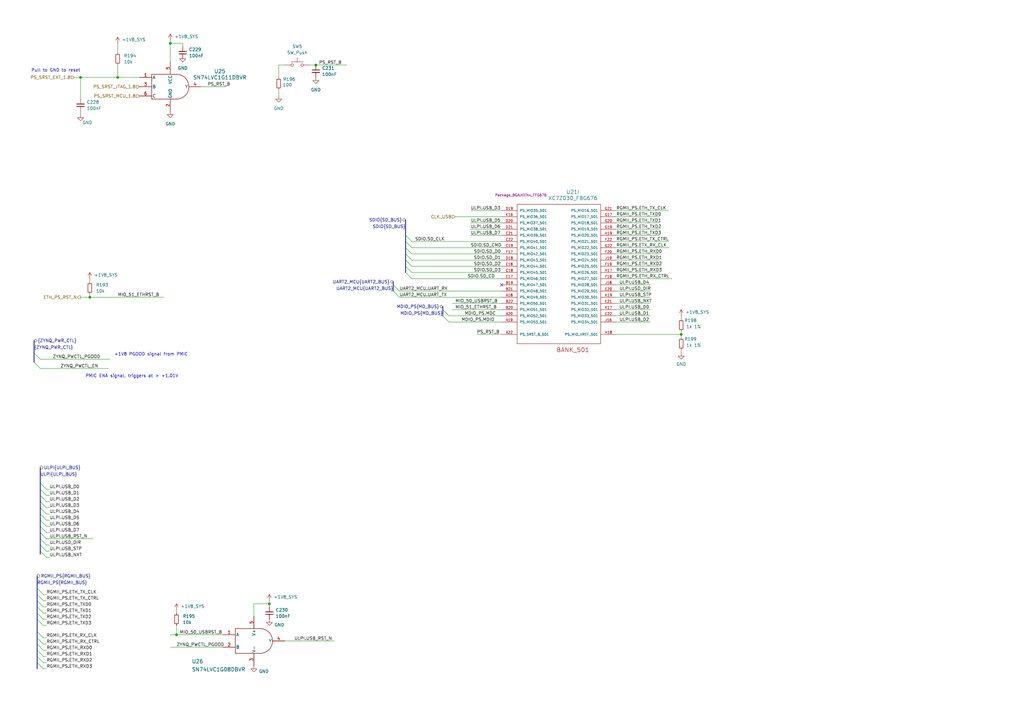
<source format=kicad_sch>
(kicad_sch (version 20250114) (generator "eeschema") (generator_version "9.0")
  (paper "A3")
  (title_block (title "NASR-M") (date "2025-09-22") (rev "D 0.9.4") (company "electrodyssey.net") (comment 1 "PS I2C tree / RTC") (comment 2 "(c) Nazim 2025") (comment 3 "Author: Nazim Aghabayov") (comment 4 "SYZYGY Carrier Mainboard") (comment 5 "rel: Fletched Bustard"))
  (lib_symbols
    (symbol "Device:C_Small" (pin_numbers (hide yes)) (pin_names (offset 0.254) (hide yes))
      (property "Reference" "C" (at 0.254 1.778 0))
      (property "Value" "C_Small" (at 0.254 -2.032 0))
      (symbol "C_Small_1_1"
        (pin passive line (at 0 2.54 270) (length 2.032) (name "~") (number "1"))
        (pin passive line (at 0 -2.54 90) (length 2.032) (name "~") (number "2"))
      )
    )
    (symbol "Device:R_Small" (pin_numbers (hide yes)) (pin_names (offset 0.254) (hide yes))
      (property "Reference" "R" (at 0.762 0.508 0))
      (property "Value" "R_Small" (at 0.762 -1.016 0))
      (symbol "R_Small_1_1"
        (pin passive line (at 0 2.54 270) (length 0.762) (name "~") (number "1"))
        (pin passive line (at 0 -2.54 90) (length 0.762) (name "~") (number "2"))
      )
    )
    (symbol "GPWR1V8SYS:+1V8SYS" (power) (pin_names (offset 0))
      (property "Value" "+1V8SYS" (at 0 5.334 0))
      (symbol "+1V8SYS_1_1"
        (pin power_in line (at 0 0 90) (length 0) (hide yes) (name "+1V8_SYS") (number "1"))
      )
    )
    (symbol "SN74LVC1G08DBVR:SN74LVC1G08DBVR" (pin_names (offset 0.254))
      (property "Reference" "U" (at 0 2.54 0))
      (property "Value" "SN74LVC1G08DBVR" (at 0 0 0))
      (symbol "SN74LVC1G08DBVR_0_1"
        (pin input line (at -12.7 2.54 0) (length 5.08) (name "A") (number "1"))
        (pin input line (at -12.7 -2.54 0) (length 5.08) (name "B") (number "2"))
        (pin power_in line (at 0 10.16 270) (length 5.08) (name "V+") (number "5"))
        (pin power_in line (at 0 -10.16 90) (length 5.08) (name "V-") (number "3"))
        (pin output line (at 12.7 0 180) (length 5.08) (name "Y") (number "4"))
      )
    )
    (symbol "SN74LVC1G11DBVR:SN74LVC1G11DBVR" (pin_names (offset 0.254))
      (property "Reference" "U51" (at 20.32 6.3186 0))
      (property "Value" "SN74LVC1G11DBVR" (at 20.32 3.7786 0))
      (symbol "SN74LVC1G11DBVR_0_1"
        (pin input line (at -12.7 3.81 0) (length 5.08) (name "A") (number "1"))
        (pin input line (at -12.7 0 0) (length 5.08) (name "B") (number "3"))
        (pin input line (at -12.7 -3.81 0) (length 5.08) (name "C") (number "6"))
        (pin power_in line (at 0 10.16 270) (length 5.08) (name "VCC") (number "5"))
        (pin power_in line (at 0 -10.16 90) (length 5.08) (name "GND") (number "2"))
        (pin output line (at 12.7 0 180) (length 5.08) (name "Y") (number "4"))
      )
    )
    (symbol "Switch:SW_Push" (pin_numbers (hide yes)) (pin_names (offset 1.016) (hide yes))
      (property "Reference" "SW" (at 1.27 2.54 0))
      (property "Value" "SW_Push" (at 0 -1.524 0))
      (symbol "SW_Push_0_1"
        (pin passive line (at -5.08 0 0) (length 2.54) (name "1") (number "1"))
        (pin passive line (at 5.08 0 180) (length 2.54) (name "2") (number "2"))
      )
    )
    (symbol "XC7Z030_FBG676:XC7Z030_FBG676" (pin_names (offset 1.016))
      (property "Reference" "U4" (at 0 34.29 0))
      (property "Value" "XC7Z030_FBG676" (at 0 31.75 0))
      (property "Footprint" "pretty:FBG676_XIL" (at -21.336 33.02 0))
      (symbol "XC7Z030_FBG676_1_0"
        (text "BANK_0" (at 0 -38.1 0) (effects (font (size 1.778 1.778))))
      )
      (symbol "XC7Z030_FBG676_1_1"
        (pin bidirectional line (at -29.21 13.97 0) (length 6.35) (name "INIT_B_0") (number "R8"))
        (pin input line (at -29.21 11.43 0) (length 6.35) (name "PROGRAM_B_0") (number "V9"))
        (pin input line (at 29.21 13.97 180) (length 6.35) (name "CFGBVS_0") (number "T7"))
        (pin bidirectional line (at 29.21 11.43 180) (length 6.35) (name "DONE_0") (number "W9"))
        (pin input line (at 29.21 8.89 180) (length 6.35) (name "DXN_0") (number "R13"))
        (pin input line (at 29.21 6.35 180) (length 6.35) (name "DXP_0") (number "R14"))
        (pin power_in line (at 29.21 3.81 180) (length 6.35) (name "GNDADC_0") (number "M13"))
        (pin power_in line (at 29.21 1.27 180) (length 6.35) (name "RSVDGND") (number "V13"))
        (pin power_in line (at 29.21 -1.27 180) (length 6.35) (name "RSVDVCC1") (number "W8"))
        (pin power_in line (at 29.21 -3.81 180) (length 6.35) (name "RSVDVCC2") (number "V8"))
        (pin power_in line (at 29.21 -6.35 180) (length 6.35) (name "RSVDVCC3") (number "U8"))
        (pin input line (at 29.21 -8.89 180) (length 6.35) (name "TCK_0") (number "W12"))
        (pin input line (at 29.21 -11.43 180) (length 6.35) (name "TDI_0") (number "V11"))
        (pin output line (at 29.21 -13.97 180) (length 6.35) (name "TDO_0") (number "W10"))
        (pin input line (at 29.21 -16.51 180) (length 6.35) (name "TMS_0") (number "W11"))
        (pin power_in line (at 29.21 -19.05 180) (length 6.35) (name "VCCADC_0") (number "M14"))
        (pin power_in line (at 29.21 -21.59 180) (length 6.35) (name "VCCBATT_0") (number "V15"))
        (pin input line (at 29.21 -24.13 180) (length 6.35) (name "VN_0") (number "P13"))
        (pin input line (at 29.21 -26.67 180) (length 6.35) (name "VP_0") (number "N14"))
        (pin input line (at 29.21 -29.21 180) (length 6.35) (name "VREFN_0") (number "N13"))
        (pin input line (at 29.21 -31.75 180) (length 6.35) (name "VREFP_0") (number "P14"))
      )
      (symbol "XC7Z030_FBG676_2_0"
        (text "BANK_12" (at 0 -36.83 0) (effects (font (size 1.778 1.778))))
      )
      (symbol "XC7Z030_FBG676_2_1"
        (pin bidirectional line (at -29.21 33.02 0) (length 6.35) (name "IO_L12N_T1_MRCC_12") (number "AD13"))
        (pin bidirectional line (at -29.21 30.48 0) (length 6.35) (name "IO_L12P_T1_MRCC_12") (number "AC13"))
        (pin bidirectional line (at -29.21 27.94 0) (length 6.35) (name "IO_L13N_T2_MRCC_12") (number "AD14"))
        (pin bidirectional line (at -29.21 25.4 0) (length 6.35) (name "IO_L13P_T2_MRCC_12") (number "AC14"))
        (pin bidirectional line (at -29.21 22.86 0) (length 6.35) (name "IO_L14N_T2_SRCC_12") (number "AB14"))
        (pin bidirectional line (at -29.21 20.32 0) (length 6.35) (name "IO_L14P_T2_SRCC_12") (number "AB15"))
        (pin bidirectional line (at -29.21 17.78 0) (length 6.35) (name "IO_L15N_T2_DQS_12") (number "AD15"))
        (pin bidirectional line (at -29.21 15.24 0) (length 6.35) (name "IO_L15P_T2_DQS_12") (number "AD16"))
        (pin bidirectional line (at -29.21 12.7 0) (length 6.35) (name "IO_L16N_T2_12") (number "AF14"))
        (pin bidirectional line (at -29.21 10.16 0) (length 6.35) (name "IO_L16P_T2_12") (number "AF15"))
        (pin bidirectional line (at -29.21 7.62 0) (length 6.35) (name "IO_L17N_T2_12") (number "AE15"))
        (pin bidirectional line (at -29.21 5.08 0) (length 6.35) (name "IO_L17P_T2_12") (number "AE16"))
        (pin bidirectional line (at -29.21 2.54 0) (length 6.35) (name "IO_L18N_T2_12") (number "AF17"))
        (pin bidirectional line (at -29.21 0 0) (length 6.35) (name "IO_L18P_T2_12") (number "AE17"))
        (pin bidirectional line (at -29.21 -2.54 0) (length 6.35) (name "IO_L19N_T3_VREF_12") (number "AA17"))
        (pin bidirectional line (at -29.21 -5.08 0) (length 6.35) (name "IO_L19P_T3_12") (number "Y17"))
        (pin bidirectional line (at -29.21 -7.62 0) (length 6.35) (name "IO_L20N_T3_12") (number "AB16"))
        (pin bidirectional line (at -29.21 -10.16 0) (length 6.35) (name "IO_L20P_T3_12") (number "AB17"))
        (pin bidirectional line (at -29.21 -12.7 0) (length 6.35) (name "IO_L21N_T3_DQS_12") (number "AC16"))
        (pin bidirectional line (at -29.21 -15.24 0) (length 6.35) (name "IO_L21P_T3_DQS_12") (number "AC17"))
        (pin bidirectional line (at -29.21 -17.78 0) (length 6.35) (name "IO_L22N_T3_12") (number "AA14"))
        (pin bidirectional line (at -29.21 -20.32 0) (length 6.35) (name "IO_L22P_T3_12") (number "AA15"))
        (pin bidirectional line (at -29.21 -22.86 0) (length 6.35) (name "IO_L23N_T3_12") (number "Y15"))
        (pin bidirectional line (at -29.21 -25.4 0) (length 6.35) (name "IO_L23P_T3_12") (number "Y16"))
        (pin bidirectional line (at -29.21 -27.94 0) (length 6.35) (name "IO_L24N_T3_12") (number "W15"))
        (pin bidirectional line (at -29.21 -30.48 0) (length 6.35) (name "IO_L24P_T3_12") (number "W16"))
        (pin bidirectional line (at 29.21 33.02 180) (length 6.35) (name "IO_0_12") (number "W14"))
        (pin bidirectional line (at 29.21 30.48 180) (length 6.35) (name "IO_25_12") (number "W17"))
        (pin bidirectional line (at 29.21 27.94 180) (length 6.35) (name "IO_L1N_T0_12") (number "Y11"))
        (pin bidirectional line (at 29.21 25.4 180) (length 6.35) (name "IO_L1P_T0_12") (number "Y12"))
        (pin bidirectional line (at 29.21 22.86 180) (length 6.35) (name "IO_L2N_T0_12") (number "AC11"))
        (pin bidirectional line (at 29.21 20.32 180) (length 6.35) (name "IO_L2P_T0_12") (number "AB12"))
        (pin bidirectional line (at 29.21 17.78 180) (length 6.35) (name "IO_L3N_T0_DQS_12") (number "AA10"))
        (pin bidirectional line (at 29.21 15.24 180) (length 6.35) (name "IO_L3P_T0_DQS_12") (number "Y10"))
        (pin bidirectional line (at 29.21 12.7 180) (length 6.35) (name "IO_L4N_T0_12") (number "AB10"))
        (pin bidirectional line (at 29.21 10.16 180) (length 6.35) (name "IO_L4P_T0_12") (number "AB11"))
        (pin bidirectional line (at 29.21 7.62 180) (length 6.35) (name "IO_L5N_T0_12") (number "Y13"))
        (pin bidirectional line (at 29.21 5.08 180) (length 6.35) (name "IO_L5P_T0_12") (number "W13"))
        (pin bidirectional line (at 29.21 2.54 180) (length 6.35) (name "IO_L6N_T0_VREF_12") (number "AA12"))
        (pin bidirectional line (at 29.21 0 180) (length 6.35) (name "IO_L6P_T0_12") (number "AA13"))
        (pin bidirectional line (at 29.21 -2.54 180) (length 6.35) (name "IO_L7N_T1_12") (number "AD10"))
        (pin bidirectional line (at 29.21 -5.08 180) (length 6.35) (name "IO_L7P_T1_12") (number "AE10"))
        (pin bidirectional line (at 29.21 -7.62 180) (length 6.35) (name "IO_L8N_T1_12") (number "AF12"))
        (pin bidirectional line (at 29.21 -10.16 180) (length 6.35) (name "IO_L8P_T1_12") (number "AE12"))
        (pin bidirectional line (at 29.21 -12.7 180) (length 6.35) (name "IO_L9N_T1_DQS_12") (number "AF10"))
        (pin bidirectional line (at 29.21 -15.24 180) (length 6.35) (name "IO_L9P_T1_DQS_12") (number "AE11"))
        (pin bidirectional line (at 29.21 -17.78 180) (length 6.35) (name "IO_L10N_T1_12") (number "AF13"))
        (pin bidirectional line (at 29.21 -20.32 180) (length 6.35) (name "IO_L10P_T1_12") (number "AE13"))
        (pin bidirectional line (at 29.21 -22.86 180) (length 6.35) (name "IO_L11N_T1_SRCC_12") (number "AD11"))
        (pin bidirectional line (at 29.21 -25.4 180) (length 6.35) (name "IO_L11P_T1_SRCC_12") (number "AC12"))
      )
      (symbol "XC7Z030_FBG676_3_0"
        (text "BANK_13" (at 0 -36.83 0) (effects (font (size 1.778 1.778))))
      )
      (symbol "XC7Z030_FBG676_3_1"
        (pin bidirectional line (at -29.21 33.02 0) (length 6.35) (name "IO_L12N_T1_MRCC_13") (number "AC24"))
        (pin bidirectional line (at -29.21 30.48 0) (length 6.35) (name "IO_L12P_T1_MRCC_13") (number "AC23"))
        (pin bidirectional line (at -29.21 27.94 0) (length 6.35) (name "IO_L13N_T2_MRCC_13") (number "AD21"))
        (pin bidirectional line (at -29.21 25.4 0) (length 6.35) (name "IO_L13P_T2_MRCC_13") (number "AD20"))
        (pin bidirectional line (at -29.21 22.86 0) (length 6.35) (name "IO_L14N_T2_SRCC_13") (number "AC22"))
        (pin bidirectional line (at -29.21 20.32 0) (length 6.35) (name "IO_L14P_T2_SRCC_13") (number "AC21"))
        (pin bidirectional line (at -29.21 17.78 0) (length 6.35) (name "IO_L15N_T2_DQS_13") (number "AF20"))
        (pin bidirectional line (at -29.21 15.24 0) (length 6.35) (name "IO_L15P_T2_DQS_13") (number "AF19"))
        (pin bidirectional line (at -29.21 12.7 0) (length 6.35) (name "IO_L16N_T2_13") (number "AE21"))
        (pin bidirectional line (at -29.21 10.16 0) (length 6.35) (name "IO_L16P_T2_13") (number "AE20"))
        (pin bidirectional line (at -29.21 7.62 0) (length 6.35) (name "IO_L17N_T2_13") (number "AD19"))
        (pin bidirectional line (at -29.21 5.08 0) (length 6.35) (name "IO_L17P_T2_13") (number "AD18"))
        (pin bidirectional line (at -29.21 2.54 0) (length 6.35) (name "IO_L18N_T2_13") (number "AF18"))
        (pin bidirectional line (at -29.21 0 0) (length 6.35) (name "IO_L18P_T2_13") (number "AE18"))
        (pin bidirectional line (at -29.21 -2.54 0) (length 6.35) (name "IO_L19N_T3_VREF_13") (number "Y20"))
        (pin bidirectional line (at -29.21 -5.08 0) (length 6.35) (name "IO_L19P_T3_13") (number "W20"))
        (pin bidirectional line (at -29.21 -7.62 0) (length 6.35) (name "IO_L20N_T3_13") (number "AB20"))
        (pin bidirectional line (at -29.21 -10.16 0) (length 6.35) (name "IO_L20P_T3_13") (number "AA20"))
        (pin bidirectional line (at -29.21 -12.7 0) (length 6.35) (name "IO_L21N_T3_DQS_13") (number "AC19"))
        (pin bidirectional line (at -29.21 -15.24 0) (length 6.35) (name "IO_L21P_T3_DQS_13") (number "AC18"))
        (pin bidirectional line (at -29.21 -17.78 0) (length 6.35) (name "IO_L22N_T3_13") (number "AB19"))
        (pin bidirectional line (at -29.21 -20.32 0) (length 6.35) (name "IO_L22P_T3_13") (number "AA19"))
        (pin bidirectional line (at -29.21 -22.86 0) (length 6.35) (name "IO_L23N_T3_13") (number "W19"))
        (pin bidirectional line (at -29.21 -25.4 0) (length 6.35) (name "IO_L23P_T3_13") (number "W18"))
        (pin bidirectional line (at -29.21 -27.94 0) (length 6.35) (name "IO_L24N_T3_13") (number "AA18"))
        (pin bidirectional line (at -29.21 -30.48 0) (length 6.35) (name "IO_L24P_T3_13") (number "Y18"))
        (pin bidirectional line (at 29.21 33.02 180) (length 6.35) (name "IO_0_13") (number "V19"))
        (pin bidirectional line (at 29.21 30.48 180) (length 6.35) (name "IO_25_13") (number "V18"))
        (pin bidirectional line (at 29.21 27.94 180) (length 6.35) (name "IO_L1N_T0_13") (number "AB25"))
        (pin bidirectional line (at 29.21 25.4 180) (length 6.35) (name "IO_L1P_T0_13") (number "AA25"))
        (pin bidirectional line (at 29.21 22.86 180) (length 6.35) (name "IO_L2N_T0_13") (number "AC26"))
        (pin bidirectional line (at 29.21 20.32 180) (length 6.35) (name "IO_L2P_T0_13") (number "AB26"))
        (pin bidirectional line (at 29.21 17.78 180) (length 6.35) (name "IO_L3N_T0_DQS_13") (number "AE26"))
        (pin bidirectional line (at 29.21 15.24 180) (length 6.35) (name "IO_L3P_T0_DQS_13") (number "AE25"))
        (pin bidirectional line (at 29.21 12.7 180) (length 6.35) (name "IO_L4N_T0_13") (number "AD26"))
        (pin bidirectional line (at 29.21 10.16 180) (length 6.35) (name "IO_L4P_T0_13") (number "AD25"))
        (pin bidirectional line (at 29.21 7.62 180) (length 6.35) (name "IO_L5N_T0_13") (number "AF25"))
        (pin bidirectional line (at 29.21 5.08 180) (length 6.35) (name "IO_L5P_T0_13") (number "AF24"))
        (pin bidirectional line (at 29.21 2.54 180) (length 6.35) (name "IO_L6N_T0_VREF_13") (number "AB24"))
        (pin bidirectional line (at 29.21 0 180) (length 6.35) (name "IO_L6P_T0_13") (number "AA24"))
        (pin bidirectional line (at 29.21 -2.54 180) (length 6.35) (name "IO_L7N_T1_13") (number "AF22"))
        (pin bidirectional line (at 29.21 -5.08 180) (length 6.35) (name "IO_L7P_T1_13") (number "AE22"))
        (pin bidirectional line (at 29.21 -7.62 180) (length 6.35) (name "IO_L8N_T1_13") (number "AF23"))
        (pin bidirectional line (at 29.21 -10.16 180) (length 6.35) (name "IO_L8P_T1_13") (number "AE23"))
        (pin bidirectional line (at 29.21 -12.7 180) (length 6.35) (name "IO_L9N_T1_DQS_13") (number "AB22"))
        (pin bidirectional line (at 29.21 -15.24 180) (length 6.35) (name "IO_L9P_T1_DQS_13") (number "AB21"))
        (pin bidirectional line (at 29.21 -17.78 180) (length 6.35) (name "IO_L10N_T1_13") (number "AA23"))
        (pin bidirectional line (at 29.21 -20.32 180) (length 6.35) (name "IO_L10P_T1_13") (number "AA22"))
        (pin bidirectional line (at 29.21 -22.86 180) (length 6.35) (name "IO_L11N_T1_SRCC_13") (number "AD24"))
        (pin bidirectional line (at 29.21 -25.4 180) (length 6.35) (name "IO_L11P_T1_SRCC_13") (number "AD23"))
      )
      (symbol "XC7Z030_FBG676_4_0"
        (text "BANK_33" (at 0 -36.83 0) (effects (font (size 1.778 1.778))))
      )
      (symbol "XC7Z030_FBG676_4_1"
        (pin bidirectional line (at -29.21 33.02 0) (length 6.35) (name "IO_L12N_T1_MRCC_33") (number "J3"))
        (pin bidirectional line (at -29.21 30.48 0) (length 6.35) (name "IO_L12P_T1_MRCC_33") (number "J4"))
        (pin bidirectional line (at -29.21 27.94 0) (length 6.35) (name "IO_L13N_T2_MRCC_33") (number "M5"))
        (pin bidirectional line (at -29.21 25.4 0) (length 6.35) (name "IO_L13P_T2_MRCC_33") (number "M6"))
        (pin bidirectional line (at -29.21 22.86 0) (length 6.35) (name "IO_L14N_T2_SRCC_33") (number "L4"))
        (pin bidirectional line (at -29.21 20.32 0) (length 6.35) (name "IO_L14P_T2_SRCC_33") (number "L5"))
        (pin bidirectional line (at -29.21 17.78 0) (length 6.35) (name "IO_L15N_T2_DQS_33") (number "N2"))
        (pin bidirectional line (at -29.21 15.24 0) (length 6.35) (name "IO_L15P_T2_DQS_33") (number "N3"))
        (pin bidirectional line (at -29.21 12.7 0) (length 6.35) (name "IO_L16N_T2_33") (number "L2"))
        (pin bidirectional line (at -29.21 10.16 0) (length 6.35) (name "IO_L16P_T2_33") (number "M2"))
        (pin bidirectional line (at -29.21 7.62 0) (length 6.35) (name "IO_L17N_T2_33") (number "M4"))
        (pin bidirectional line (at -29.21 5.08 0) (length 6.35) (name "IO_L17P_T2_33") (number "N4"))
        (pin bidirectional line (at -29.21 2.54 0) (length 6.35) (name "IO_L18N_T2_33") (number "M1"))
        (pin bidirectional line (at -29.21 0 0) (length 6.35) (name "IO_L18P_T2_33") (number "N1"))
        (pin bidirectional line (at -29.21 -2.54 0) (length 6.35) (name "IO_L19N_T3_VREF_33") (number "L7"))
        (pin bidirectional line (at -29.21 -5.08 0) (length 6.35) (name "IO_L19P_T3_33") (number "M7"))
        (pin bidirectional line (at -29.21 -7.62 0) (length 6.35) (name "IO_L20N_T3_33") (number "J5"))
        (pin bidirectional line (at -29.21 -10.16 0) (length 6.35) (name "IO_L20P_T3_33") (number "K5"))
        (pin bidirectional line (at -29.21 -12.7 0) (length 6.35) (name "IO_L21N_T3_DQS_33") (number "L8"))
        (pin bidirectional line (at -29.21 -15.24 0) (length 6.35) (name "IO_L21P_T3_DQS_33") (number "M8"))
        (pin bidirectional line (at -29.21 -17.78 0) (length 6.35) (name "IO_L22N_T3_33") (number "J6"))
        (pin bidirectional line (at -29.21 -20.32 0) (length 6.35) (name "IO_L22P_T3_33") (number "K6"))
        (pin bidirectional line (at -29.21 -22.86 0) (length 6.35) (name "IO_L23N_T3_33") (number "N6"))
        (pin bidirectional line (at -29.21 -25.4 0) (length 6.35) (name "IO_L23P_T3_33") (number "N7"))
        (pin bidirectional line (at -29.21 -27.94 0) (length 6.35) (name "IO_L24N_T3_33") (number "K7"))
        (pin bidirectional line (at -29.21 -30.48 0) (length 6.35) (name "IO_L24P_T3_33") (number "K8"))
        (pin bidirectional line (at 29.21 33.02 180) (length 6.35) (name "IO_0_VRN_33") (number "L9"))
        (pin bidirectional line (at 29.21 30.48 180) (length 6.35) (name "IO_25_VRP_33") (number "N8"))
        (pin bidirectional line (at 29.21 27.94 180) (length 6.35) (name "IO_L1N_T0_33") (number "F4"))
        (pin bidirectional line (at 29.21 25.4 180) (length 6.35) (name "IO_L1P_T0_33") (number "G4"))
        (pin bidirectional line (at 29.21 22.86 180) (length 6.35) (name "IO_L2N_T0_33") (number "D3"))
        (pin bidirectional line (at 29.21 20.32 180) (length 6.35) (name "IO_L2P_T0_33") (number "D4"))
        (pin bidirectional line (at 29.21 17.78 180) (length 6.35) (name "IO_L3N_T0_DQS_33") (number "F2"))
        (pin bidirectional line (at 29.21 15.24 180) (length 6.35) (name "IO_L3P_T0_DQS_33") (number "G2"))
        (pin bidirectional line (at 29.21 12.7 180) (length 6.35) (name "IO_L4N_T0_33") (number "C1"))
        (pin bidirectional line (at 29.21 10.16 180) (length 6.35) (name "IO_L4P_T0_33") (number "D1"))
        (pin bidirectional line (at 29.21 7.62 180) (length 6.35) (name "IO_L5N_T0_33") (number "E1"))
        (pin bidirectional line (at 29.21 5.08 180) (length 6.35) (name "IO_L5P_T0_33") (number "E2"))
        (pin bidirectional line (at 29.21 2.54 180) (length 6.35) (name "IO_L6N_T0_VREF_33") (number "E3"))
        (pin bidirectional line (at 29.21 0 180) (length 6.35) (name "IO_L6P_T0_33") (number "F3"))
        (pin bidirectional line (at 29.21 -2.54 180) (length 6.35) (name "IO_L7N_T1_33") (number "H1"))
        (pin bidirectional line (at 29.21 -5.08 180) (length 6.35) (name "IO_L7P_T1_33") (number "J1"))
        (pin bidirectional line (at 29.21 -7.62 180) (length 6.35) (name "IO_L8N_T1_33") (number "H3"))
        (pin bidirectional line (at 29.21 -10.16 180) (length 6.35) (name "IO_L8P_T1_33") (number "H4"))
        (pin bidirectional line (at 29.21 -12.7 180) (length 6.35) (name "IO_L9N_T1_DQS_33") (number "K1"))
        (pin bidirectional line (at 29.21 -15.24 180) (length 6.35) (name "IO_L9P_T1_DQS_33") (number "K2"))
        (pin bidirectional line (at 29.21 -17.78 180) (length 6.35) (name "IO_L10N_T1_33") (number "G1"))
        (pin bidirectional line (at 29.21 -20.32 180) (length 6.35) (name "IO_L10P_T1_33") (number "H2"))
        (pin bidirectional line (at 29.21 -22.86 180) (length 6.35) (name "IO_L11N_T1_SRCC_33") (number "K3"))
        (pin bidirectional line (at 29.21 -25.4 180) (length 6.35) (name "IO_L11P_T1_SRCC_33") (number "L3"))
      )
      (symbol "XC7Z030_FBG676_5_0"
        (text "BANK_34" (at 0 -39.37 0) (effects (font (size 1.778 1.778))))
      )
      (symbol "XC7Z030_FBG676_5_1"
        (pin bidirectional line (at -29.21 33.02 0) (length 6.35) (name "IO_L3P_T0_DQS_PUDC_B_34") (number "H9"))
        (pin bidirectional line (at -29.21 30.48 0) (length 6.35) (name "IO_L12N_T1_MRCC_34") (number "F7"))
        (pin bidirectional line (at -29.21 27.94 0) (length 6.35) (name "IO_L12P_T1_MRCC_34") (number "G7"))
        (pin bidirectional line (at -29.21 25.4 0) (length 6.35) (name "IO_L13N_T2_MRCC_34") (number "C7"))
        (pin bidirectional line (at -29.21 22.86 0) (length 6.35) (name "IO_L13P_T2_MRCC_34") (number "C8"))
        (pin bidirectional line (at -29.21 20.32 0) (length 6.35) (name "IO_L14N_T2_SRCC_34") (number "C6"))
        (pin bidirectional line (at -29.21 17.78 0) (length 6.35) (name "IO_L14P_T2_SRCC_34") (number "D6"))
        (pin bidirectional line (at -29.21 15.24 0) (length 6.35) (name "IO_L15N_T2_DQS_34") (number "B9"))
        (pin bidirectional line (at -29.21 12.7 0) (length 6.35) (name "IO_L15P_T2_DQS_34") (number "C9"))
        (pin bidirectional line (at -29.21 10.16 0) (length 6.35) (name "IO_L16N_T2_34") (number "A10"))
        (pin bidirectional line (at -29.21 7.62 0) (length 6.35) (name "IO_L16P_T2_34") (number "B10"))
        (pin bidirectional line (at -29.21 5.08 0) (length 6.35) (name "IO_L17N_T2_34") (number "A8"))
        (pin bidirectional line (at -29.21 2.54 0) (length 6.35) (name "IO_L17P_T2_34") (number "A9"))
        (pin bidirectional line (at -29.21 0 0) (length 6.35) (name "IO_L18N_T2_34") (number "A7"))
        (pin bidirectional line (at -29.21 -2.54 0) (length 6.35) (name "IO_L18P_T2_34") (number "B7"))
        (pin bidirectional line (at -29.21 -5.08 0) (length 6.35) (name "IO_L19N_T3_VREF_34") (number "C3"))
        (pin bidirectional line (at -29.21 -7.62 0) (length 6.35) (name "IO_L19P_T3_34") (number "C4"))
        (pin bidirectional line (at -29.21 -10.16 0) (length 6.35) (name "IO_L20N_T3_34") (number "B4"))
        (pin bidirectional line (at -29.21 -12.7 0) (length 6.35) (name "IO_L20P_T3_34") (number "B5"))
        (pin bidirectional line (at -29.21 -15.24 0) (length 6.35) (name "IO_L21N_T3_DQS_34") (number "A5"))
        (pin bidirectional line (at -29.21 -17.78 0) (length 6.35) (name "IO_L21P_T3_DQS_34") (number "B6"))
        (pin bidirectional line (at -29.21 -20.32 0) (length 6.35) (name "IO_L22N_T3_34") (number "A3"))
        (pin bidirectional line (at -29.21 -22.86 0) (length 6.35) (name "IO_L22P_T3_34") (number "A4"))
        (pin bidirectional line (at -29.21 -25.4 0) (length 6.35) (name "IO_L23N_T3_34") (number "B1"))
        (pin bidirectional line (at -29.21 -27.94 0) (length 6.35) (name "IO_L23P_T3_34") (number "C2"))
        (pin bidirectional line (at -29.21 -30.48 0) (length 6.35) (name "IO_L24N_T3_34") (number "A2"))
        (pin bidirectional line (at -29.21 -33.02 0) (length 6.35) (name "IO_L24P_T3_34") (number "B2"))
        (pin bidirectional line (at 29.21 33.02 180) (length 6.35) (name "IO_0_VRN_34") (number "K11"))
        (pin bidirectional line (at 29.21 30.48 180) (length 6.35) (name "IO_25_VRP_34") (number "K10"))
        (pin bidirectional line (at 29.21 27.94 180) (length 6.35) (name "IO_L1N_T0_34") (number "H11"))
        (pin bidirectional line (at 29.21 25.4 180) (length 6.35) (name "IO_L1P_T0_34") (number "J11"))
        (pin bidirectional line (at 29.21 22.86 180) (length 6.35) (name "IO_L2N_T0_34") (number "G5"))
        (pin bidirectional line (at 29.21 20.32 180) (length 6.35) (name "IO_L2P_T0_34") (number "G6"))
        (pin bidirectional line (at 29.21 17.78 180) (length 6.35) (name "IO_L3N_T0_DQS_34") (number "G9"))
        (pin bidirectional line (at 29.21 15.24 180) (length 6.35) (name "IO_L4N_T0_34") (number "H6"))
        (pin bidirectional line (at 29.21 12.7 180) (length 6.35) (name "IO_L4P_T0_34") (number "H7"))
        (pin bidirectional line (at 29.21 10.16 180) (length 6.35) (name "IO_L5N_T0_34") (number "J9"))
        (pin bidirectional line (at 29.21 7.62 180) (length 6.35) (name "IO_L5P_T0_34") (number "J10"))
        (pin bidirectional line (at 29.21 5.08 180) (length 6.35) (name "IO_L6N_T0_VREF_34") (number "H8"))
        (pin bidirectional line (at 29.21 2.54 180) (length 6.35) (name "IO_L6P_T0_34") (number "J8"))
        (pin bidirectional line (at 29.21 0 180) (length 6.35) (name "IO_L7N_T1_34") (number "E5"))
        (pin bidirectional line (at 29.21 -2.54 180) (length 6.35) (name "IO_L7P_T1_34") (number "F5"))
        (pin bidirectional line (at 29.21 -5.08 180) (length 6.35) (name "IO_L8N_T1_34") (number "D8"))
        (pin bidirectional line (at 29.21 -7.62 180) (length 6.35) (name "IO_L8P_T1_34") (number "D9"))
        (pin bidirectional line (at 29.21 -10.16 180) (length 6.35) (name "IO_L9N_T1_DQS_34") (number "E8"))
        (pin bidirectional line (at 29.21 -12.7 180) (length 6.35) (name "IO_L9P_T1_DQS_34") (number "F9"))
        (pin bidirectional line (at 29.21 -15.24 180) (length 6.35) (name "IO_L10N_T1_34") (number "D5"))
        (pin bidirectional line (at 29.21 -17.78 180) (length 6.35) (name "IO_L10P_T1_34") (number "E6"))
        (pin bidirectional line (at 29.21 -20.32 180) (length 6.35) (name "IO_L11N_T1_SRCC_34") (number "E7"))
        (pin bidirectional line (at 29.21 -22.86 180) (length 6.35) (name "IO_L11P_T1_SRCC_34") (number "F8"))
      )
      (symbol "XC7Z030_FBG676_6_0"
        (text "BANK_35" (at 0 -36.83 0) (effects (font (size 1.778 1.778))))
      )
      (symbol "XC7Z030_FBG676_6_1"
        (pin bidirectional line (at -29.21 33.02 0) (length 6.35) (name "IO_L12N_T1_MRCC_35") (number "H14"))
        (pin bidirectional line (at -29.21 30.48 0) (length 6.35) (name "IO_L12P_T1_MRCC_35") (number "J14"))
        (pin bidirectional line (at -29.21 27.94 0) (length 6.35) (name "IO_L13N_T2_MRCC_35") (number "D14"))
        (pin bidirectional line (at -29.21 25.4 0) (length 6.35) (name "IO_L13P_T2_MRCC_35") (number "D15"))
        (pin bidirectional line (at -29.21 22.86 0) (length 6.35) (name "IO_L14N_T2_AD4N_SRCC_35") (number "E15"))
        (pin bidirectional line (at -29.21 20.32 0) (length 6.35) (name "IO_L14P_T2_AD4P_SRCC_35") (number "F15"))
        (pin bidirectional line (at -29.21 17.78 0) (length 6.35) (name "IO_L15N_T2_DQS_AD12N_35") (number "C16"))
        (pin bidirectional line (at -29.21 15.24 0) (length 6.35) (name "IO_L15P_T2_DQS_AD12P_35") (number "C17"))
        (pin bidirectional line (at -29.21 12.7 0) (length 6.35) (name "IO_L16N_T2_35") (number "D16"))
        (pin bidirectional line (at -29.21 10.16 0) (length 6.35) (name "IO_L16P_T2_35") (number "E16"))
        (pin bidirectional line (at -29.21 7.62 0) (length 6.35) (name "IO_L17N_T2_AD5N_35") (number "B15"))
        (pin bidirectional line (at -29.21 5.08 0) (length 6.35) (name "IO_L17P_T2_AD5P_35") (number "B16"))
        (pin bidirectional line (at -29.21 2.54 0) (length 6.35) (name "IO_L18N_T2_AD13N_35") (number "A17"))
        (pin bidirectional line (at -29.21 0 0) (length 6.35) (name "IO_L18P_T2_AD13P_35") (number "B17"))
        (pin bidirectional line (at -29.21 -2.54 0) (length 6.35) (name "IO_L19N_T3_VREF_35") (number "C13"))
        (pin bidirectional line (at -29.21 -5.08 0) (length 6.35) (name "IO_L19P_T3_35") (number "D13"))
        (pin bidirectional line (at -29.21 -7.62 0) (length 6.35) (name "IO_L20N_T3_AD6N_35") (number "B14"))
        (pin bidirectional line (at -29.21 -10.16 0) (length 6.35) (name "IO_L20P_T3_AD6P_35") (number "C14"))
        (pin bidirectional line (at -29.21 -12.7 0) (length 6.35) (name "IO_L21N_T3_DQS_AD14N_35") (number "A14"))
        (pin bidirectional line (at -29.21 -15.24 0) (length 6.35) (name "IO_L21P_T3_DQS_AD14P_35") (number "A15"))
        (pin bidirectional line (at -29.21 -17.78 0) (length 6.35) (name "IO_L22N_T3_AD7N_35") (number "B12"))
        (pin bidirectional line (at -29.21 -20.32 0) (length 6.35) (name "IO_L22P_T3_AD7P_35") (number "C12"))
        (pin bidirectional line (at -29.21 -22.86 0) (length 6.35) (name "IO_L23N_T3_35") (number "B11"))
        (pin bidirectional line (at -29.21 -25.4 0) (length 6.35) (name "IO_L23P_T3_35") (number "C11"))
        (pin bidirectional line (at -29.21 -27.94 0) (length 6.35) (name "IO_L24N_T3_AD15N_35") (number "A12"))
        (pin bidirectional line (at -29.21 -30.48 0) (length 6.35) (name "IO_L24P_T3_AD15P_35") (number "A13"))
        (pin bidirectional line (at 29.21 33.02 180) (length 6.35) (name "IO_0_VRN_35") (number "H16"))
        (pin bidirectional line (at 29.21 30.48 180) (length 6.35) (name "IO_25_VRP_35") (number "K12"))
        (pin bidirectional line (at 29.21 27.94 180) (length 6.35) (name "IO_L1N_T0_AD0N_35") (number "E12"))
        (pin bidirectional line (at 29.21 25.4 180) (length 6.35) (name "IO_L1P_T0_AD0P_35") (number "F12"))
        (pin bidirectional line (at 29.21 22.86 180) (length 6.35) (name "IO_L2N_T0_AD8N_35") (number "D10"))
        (pin bidirectional line (at 29.21 20.32 180) (length 6.35) (name "IO_L2P_T0_AD8P_35") (number "E10"))
        (pin bidirectional line (at 29.21 17.78 180) (length 6.35) (name "IO_L3N_T0_DQS_AD1N_35") (number "F10"))
        (pin bidirectional line (at 29.21 15.24 180) (length 6.35) (name "IO_L3P_T0_DQS_AD1P_35") (number "G10"))
        (pin bidirectional line (at 29.21 12.7 180) (length 6.35) (name "IO_L4N_T0_35") (number "D11"))
        (pin bidirectional line (at 29.21 10.16 180) (length 6.35) (name "IO_L4P_T0_35") (number "E11"))
        (pin bidirectional line (at 29.21 7.62 180) (length 6.35) (name "IO_L5N_T0_AD9N_35") (number "G11"))
        (pin bidirectional line (at 29.21 5.08 180) (length 6.35) (name "IO_L5P_T0_AD9P_35") (number "G12"))
        (pin bidirectional line (at 29.21 2.54 180) (length 6.35) (name "IO_L6N_T0_VREF_35") (number "E13"))
        (pin bidirectional line (at 29.21 0 180) (length 6.35) (name "IO_L6P_T0_35") (number "F13"))
        (pin bidirectional line (at 29.21 -2.54 180) (length 6.35) (name "IO_L7N_T1_AD2N_35") (number "H12"))
        (pin bidirectional line (at 29.21 -5.08 180) (length 6.35) (name "IO_L7P_T1_AD2P_35") (number "H13"))
        (pin bidirectional line (at 29.21 -7.62 180) (length 6.35) (name "IO_L8N_T1_AD10N_35") (number "J13"))
        (pin bidirectional line (at 29.21 -10.16 180) (length 6.35) (name "IO_L8P_T1_AD10P_35") (number "K13"))
        (pin bidirectional line (at 29.21 -12.7 180) (length 6.35) (name "IO_L9N_T1_DQS_AD3N_35") (number "J15"))
        (pin bidirectional line (at 29.21 -15.24 180) (length 6.35) (name "IO_L9P_T1_DQS_AD3P_35") (number "K15"))
        (pin bidirectional line (at 29.21 -17.78 180) (length 6.35) (name "IO_L10N_T1_AD11N_35") (number "G15"))
        (pin bidirectional line (at 29.21 -20.32 180) (length 6.35) (name "IO_L10P_T1_AD11P_35") (number "G16"))
        (pin bidirectional line (at 29.21 -22.86 180) (length 6.35) (name "IO_L11N_T1_SRCC_35") (number "F14"))
        (pin bidirectional line (at 29.21 -25.4 180) (length 6.35) (name "IO_L11P_T1_SRCC_35") (number "G14"))
      )
      (symbol "XC7Z030_FBG676_7_0"
        (text "BANK_112" (at 0 -31.75 0) (effects (font (size 1.778 1.778))))
      )
      (symbol "XC7Z030_FBG676_7_1"
        (pin input line (at -29.21 15.24 0) (length 6.35) (name "MGTXRXN0_112") (number "AB3"))
        (pin input line (at -29.21 12.7 0) (length 6.35) (name "MGTXRXP0_112") (number "AB4"))
        (pin input line (at -29.21 7.62 0) (length 6.35) (name "MGTXRXN1_112") (number "Y3"))
        (pin input line (at -29.21 5.08 0) (length 6.35) (name "MGTXRXP1_112") (number "Y4"))
        (pin input line (at -29.21 0 0) (length 6.35) (name "MGTXRXN2_112") (number "V3"))
        (pin input line (at -29.21 -2.54 0) (length 6.35) (name "MGTXRXP2_112") (number "V4"))
        (pin input line (at -29.21 -7.62 0) (length 6.35) (name "MGTXRXN3_112") (number "T3"))
        (pin input line (at -29.21 -10.16 0) (length 6.35) (name "MGTXRXP3_112") (number "T4"))
        (pin input line (at -29.21 -15.24 0) (length 6.35) (name "MGTREFCLK0N_112") (number "R5"))
        (pin input line (at -29.21 -17.78 0) (length 6.35) (name "MGTREFCLK0P_112") (number "R6"))
        (pin input line (at 29.21 15.24 180) (length 6.35) (name "MGTAVTTRCAL_112") (number "AB7"))
        (pin input line (at 29.21 12.7 180) (length 6.35) (name "MGTRREF_112") (number "AB8"))
        (pin output line (at 29.21 7.62 180) (length 6.35) (name "MGTXTXN0_112") (number "AA1"))
        (pin output line (at 29.21 5.08 180) (length 6.35) (name "MGTXTXP0_112") (number "AA2"))
        (pin output line (at 29.21 0 180) (length 6.35) (name "MGTXTXN1_112") (number "W1"))
        (pin output line (at 29.21 -2.54 180) (length 6.35) (name "MGTXTXP1_112") (number "W2"))
        (pin output line (at 29.21 -7.62 180) (length 6.35) (name "MGTXTXN2_112") (number "U1"))
        (pin output line (at 29.21 -10.16 180) (length 6.35) (name "MGTXTXP2_112") (number "U2"))
        (pin output line (at 29.21 -15.24 180) (length 6.35) (name "MGTXTXN3_112") (number "R1"))
        (pin output line (at 29.21 -17.78 180) (length 6.35) (name "MGTXTXP3_112") (number "R2"))
        (pin input line (at 29.21 -22.86 180) (length 6.35) (name "MGTREFCLK1N_112") (number "U5"))
        (pin input line (at 29.21 -25.4 180) (length 6.35) (name "MGTREFCLK1P_112") (number "U6"))
      )
      (symbol "XC7Z030_FBG676_8_0"
        (text "BANK_500" (at 0 -16.51 0) (effects (font (size 1.778 1.778))))
      )
      (symbol "XC7Z030_FBG676_8_1"
        (pin input line (at -29.21 12.7 0) (length 6.35) (name "PS_CLK_500") (number "B24"))
        (pin bidirectional line (at -29.21 10.16 0) (length 6.35) (name "PS_MIO9_500") (number "D24"))
        (pin bidirectional line (at -29.21 7.62 0) (length 6.35) (name "PS_MIO10_500") (number "A25"))
        (pin bidirectional line (at -29.21 5.08 0) (length 6.35) (name "PS_MIO11_500") (number "B26"))
        (pin bidirectional line (at -29.21 2.54 0) (length 6.35) (name "PS_MIO12_500") (number "A23"))
        (pin bidirectional line (at -29.21 0 0) (length 6.35) (name "PS_MIO13_500") (number "B25"))
        (pin bidirectional line (at -29.21 -2.54 0) (length 6.35) (name "PS_MIO14_500") (number "D23"))
        (pin bidirectional line (at -29.21 -5.08 0) (length 6.35) (name "PS_MIO15_500") (number "C24"))
        (pin input line (at -29.21 -10.16 0) (length 6.35) (name "PS_POR_B_500") (number "C23"))
        (pin bidirectional line (at 29.21 12.7 180) (length 6.35) (name "PS_MIO0_500") (number "E26"))
        (pin bidirectional line (at 29.21 10.16 180) (length 6.35) (name "PS_MIO1_500") (number "D26"))
        (pin bidirectional line (at 29.21 7.62 180) (length 6.35) (name "PS_MIO2_500") (number "E25"))
        (pin bidirectional line (at 29.21 5.08 180) (length 6.35) (name "PS_MIO3_500") (number "D25"))
        (pin bidirectional line (at 29.21 2.54 180) (length 6.35) (name "PS_MIO4_500") (number "F24"))
        (pin bidirectional line (at 29.21 0 180) (length 6.35) (name "PS_MIO5_500") (number "C26"))
        (pin bidirectional line (at 29.21 -2.54 180) (length 6.35) (name "PS_MIO6_500") (number "F23"))
        (pin bidirectional line (at 29.21 -5.08 180) (length 6.35) (name "PS_MIO7_500") (number "E23"))
        (pin bidirectional line (at 29.21 -7.62 180) (length 6.35) (name "PS_MIO8_500") (number "A24"))
      )
      (symbol "XC7Z030_FBG676_9_0"
        (text "BANK_501" (at 0 -30.48 0) (effects (font (size 1.778 1.778))))
      )
      (symbol "XC7Z030_FBG676_9_1"
        (pin bidirectional line (at -29.21 26.67 0) (length 6.35) (name "PS_MIO35_501") (number "D19"))
        (pin bidirectional line (at -29.21 24.13 0) (length 6.35) (name "PS_MIO36_501") (number "K16"))
        (pin bidirectional line (at -29.21 21.59 0) (length 6.35) (name "PS_MIO37_501") (number "D20"))
        (pin bidirectional line (at -29.21 19.05 0) (length 6.35) (name "PS_MIO38_501") (number "D21"))
        (pin bidirectional line (at -29.21 16.51 0) (length 6.35) (name "PS_MIO39_501") (number "C21"))
        (pin bidirectional line (at -29.21 13.97 0) (length 6.35) (name "PS_MIO40_501") (number "C22"))
        (pin bidirectional line (at -29.21 11.43 0) (length 6.35) (name "PS_MIO41_501") (number "C19"))
        (pin bidirectional line (at -29.21 8.89 0) (length 6.35) (name "PS_MIO42_501") (number "F17"))
        (pin bidirectional line (at -29.21 6.35 0) (length 6.35) (name "PS_MIO43_501") (number "D18"))
        (pin bidirectional line (at -29.21 3.81 0) (length 6.35) (name "PS_MIO44_501") (number "E18"))
        (pin bidirectional line (at -29.21 1.27 0) (length 6.35) (name "PS_MIO45_501") (number "C18"))
        (pin bidirectional line (at -29.21 -1.27 0) (length 6.35) (name "PS_MIO46_501") (number "E17"))
        (pin bidirectional line (at -29.21 -3.81 0) (length 6.35) (name "PS_MIO47_501") (number "B19"))
        (pin bidirectional line (at -29.21 -6.35 0) (length 6.35) (name "PS_MIO48_501") (number "B21"))
        (pin bidirectional line (at -29.21 -8.89 0) (length 6.35) (name "PS_MIO49_501") (number "A18"))
        (pin bidirectional line (at -29.21 -11.43 0) (length 6.35) (name "PS_MIO50_501") (number "B22"))
        (pin bidirectional line (at -29.21 -13.97 0) (length 6.35) (name "PS_MIO51_501") (number "B20"))
        (pin bidirectional line (at -29.21 -16.51 0) (length 6.35) (name "PS_MIO52_501") (number "A20"))
        (pin bidirectional line (at -29.21 -19.05 0) (length 6.35) (name "PS_MIO53_501") (number "A19"))
        (pin input line (at -29.21 -24.13 0) (length 6.35) (name "PS_SRST_B_501") (number "A22"))
        (pin bidirectional line (at 17.78 26.67 180) (length 6.35) (name "PS_MIO16_501") (number "G21"))
        (pin bidirectional line (at 17.78 24.13 180) (length 6.35) (name "PS_MIO17_501") (number "G17"))
        (pin bidirectional line (at 17.78 21.59 180) (length 6.35) (name "PS_MIO18_501") (number "G20"))
        (pin bidirectional line (at 17.78 19.05 180) (length 6.35) (name "PS_MIO19_501") (number "G19"))
        (pin bidirectional line (at 17.78 16.51 180) (length 6.35) (name "PS_MIO20_501") (number "H19"))
        (pin bidirectional line (at 17.78 13.97 180) (length 6.35) (name "PS_MIO21_501") (number "F22"))
        (pin bidirectional line (at 17.78 11.43 180) (length 6.35) (name "PS_MIO22_501") (number "G22"))
        (pin bidirectional line (at 17.78 8.89 180) (length 6.35) (name "PS_MIO23_501") (number "F20"))
        (pin bidirectional line (at 17.78 6.35 180) (length 6.35) (name "PS_MIO24_501") (number "J19"))
        (pin bidirectional line (at 17.78 3.81 180) (length 6.35) (name "PS_MIO25_501") (number "F19"))
        (pin bidirectional line (at 17.78 1.27 180) (length 6.35) (name "PS_MIO26_501") (number "H17"))
        (pin bidirectional line (at 17.78 -1.27 180) (length 6.35) (name "PS_MIO27_501") (number "F18"))
        (pin bidirectional line (at 17.78 -3.81 180) (length 6.35) (name "PS_MIO28_501") (number "J18"))
        (pin bidirectional line (at 17.78 -6.35 180) (length 6.35) (name "PS_MIO29_501") (number "E20"))
        (pin bidirectional line (at 17.78 -8.89 180) (length 6.35) (name "PS_MIO30_501") (number "K19"))
        (pin bidirectional line (at 17.78 -11.43 180) (length 6.35) (name "PS_MIO31_501") (number "E21"))
        (pin bidirectional line (at 17.78 -13.97 180) (length 6.35) (name "PS_MIO32_501") (number "K17"))
        (pin bidirectional line (at 17.78 -16.51 180) (length 6.35) (name "PS_MIO33_501") (number "E22"))
        (pin bidirectional line (at 17.78 -19.05 180) (length 6.35) (name "PS_MIO34_501") (number "J16"))
        (pin input line (at 17.78 -24.13 180) (length 6.35) (name "PS_MIO_VREF_501") (number "H18"))
      )
      (symbol "XC7Z030_FBG676_10_0"
        (text "BANK_502" (at 0 -63.5 0) (effects (font (size 1.778 1.778))))
      )
      (symbol "XC7Z030_FBG676_10_1"
        (pin bidirectional line (at -29.21 46.99 0) (length 6.35) (name "PS_DDR_DQ0_502") (number "J26"))
        (pin bidirectional line (at -29.21 44.45 0) (length 6.35) (name "PS_DDR_DQ1_502") (number "F25"))
        (pin bidirectional line (at -29.21 41.91 0) (length 6.35) (name "PS_DDR_DQ2_502") (number "J25"))
        (pin bidirectional line (at -29.21 39.37 0) (length 6.35) (name "PS_DDR_DQ3_502") (number "G26"))
        (pin bidirectional line (at -29.21 36.83 0) (length 6.35) (name "PS_DDR_DQ4_502") (number "H26"))
        (pin bidirectional line (at -29.21 34.29 0) (length 6.35) (name "PS_DDR_DQ5_502") (number "H23"))
        (pin bidirectional line (at -29.21 31.75 0) (length 6.35) (name "PS_DDR_DQ6_502") (number "J24"))
        (pin bidirectional line (at -29.21 29.21 0) (length 6.35) (name "PS_DDR_DQ7_502") (number "J23"))
        (pin bidirectional line (at -29.21 26.67 0) (length 6.35) (name "PS_DDR_DQ8_502") (number "K26"))
        (pin bidirectional line (at -29.21 24.13 0) (length 6.35) (name "PS_DDR_DQ9_502") (number "L23"))
        (pin bidirectional line (at -29.21 21.59 0) (length 6.35) (name "PS_DDR_DQ10_502") (number "M26"))
        (pin bidirectional line (at -29.21 19.05 0) (length 6.35) (name "PS_DDR_DQ11_502") (number "K23"))
        (pin bidirectional line (at -29.21 16.51 0) (length 6.35) (name "PS_DDR_DQ12_502") (number "M25"))
        (pin bidirectional line (at -29.21 13.97 0) (length 6.35) (name "PS_DDR_DQ13_502") (number "N24"))
        (pin bidirectional line (at -29.21 11.43 0) (length 6.35) (name "PS_DDR_DQ14_502") (number "M24"))
        (pin bidirectional line (at -29.21 8.89 0) (length 6.35) (name "PS_DDR_DQ15_502") (number "N23"))
        (pin bidirectional line (at -29.21 6.35 0) (length 6.35) (name "PS_DDR_DQ16_502") (number "R26"))
        (pin bidirectional line (at -29.21 3.81 0) (length 6.35) (name "PS_DDR_DQ17_502") (number "P24"))
        (pin bidirectional line (at -29.21 1.27 0) (length 6.35) (name "PS_DDR_DQ18_502") (number "N26"))
        (pin bidirectional line (at -29.21 -1.27 0) (length 6.35) (name "PS_DDR_DQ19_502") (number "P23"))
        (pin bidirectional line (at -29.21 -3.81 0) (length 6.35) (name "PS_DDR_DQ20_502") (number "T24"))
        (pin bidirectional line (at -29.21 -6.35 0) (length 6.35) (name "PS_DDR_DQ21_502") (number "T25"))
        (pin bidirectional line (at -29.21 -8.89 0) (length 6.35) (name "PS_DDR_DQ22_502") (number "T23"))
        (pin bidirectional line (at -29.21 -11.43 0) (length 6.35) (name "PS_DDR_DQ23_502") (number "R23"))
        (pin bidirectional line (at -29.21 -13.97 0) (length 6.35) (name "PS_DDR_DQ24_502") (number "V24"))
        (pin bidirectional line (at -29.21 -16.51 0) (length 6.35) (name "PS_DDR_DQ25_502") (number "U26"))
        (pin bidirectional line (at -29.21 -19.05 0) (length 6.35) (name "PS_DDR_DQ26_502") (number "U24"))
        (pin bidirectional line (at -29.21 -21.59 0) (length 6.35) (name "PS_DDR_DQ27_502") (number "U25"))
        (pin bidirectional line (at -29.21 -24.13 0) (length 6.35) (name "PS_DDR_DQ28_502") (number "W26"))
        (pin bidirectional line (at -29.21 -26.67 0) (length 6.35) (name "PS_DDR_DQ29_502") (number "Y25"))
        (pin bidirectional line (at -29.21 -29.21 0) (length 6.35) (name "PS_DDR_DQ30_502") (number "Y26"))
        (pin bidirectional line (at -29.21 -31.75 0) (length 6.35) (name "PS_DDR_DQ31_502") (number "W23"))
        (pin output line (at -29.21 -36.83 0) (length 6.35) (name "PS_DDR_VRN_502") (number "V21"))
        (pin output line (at -29.21 -39.37 0) (length 6.35) (name "PS_DDR_VRP_502") (number "W21"))
        (pin bidirectional line (at -29.21 -44.45 0) (length 6.35) (name "PS_DDR_DQS_N0_502") (number "G25"))
        (pin bidirectional line (at -29.21 -46.99 0) (length 6.35) (name "PS_DDR_DQS_P0_502") (number "H24"))
        (pin bidirectional line (at -29.21 -52.07 0) (length 6.35) (name "PS_DDR_DQS_N2_502") (number "R25"))
        (pin bidirectional line (at -29.21 -54.61 0) (length 6.35) (name "PS_DDR_DQS_P2_502") (number "P25"))
        (pin output line (at 29.21 46.99 180) (length 6.35) (name "PS_DDR_A0_502") (number "K22"))
        (pin output line (at 29.21 44.45 180) (length 6.35) (name "PS_DDR_A1_502") (number "K20"))
        (pin output line (at 29.21 41.91 180) (length 6.35) (name "PS_DDR_A2_502") (number "N21"))
        (pin output line (at 29.21 39.37 180) (length 6.35) (name "PS_DDR_A3_502") (number "L22"))
        (pin output line (at 29.21 36.83 180) (length 6.35) (name "PS_DDR_A4_502") (number "M20"))
        (pin output line (at 29.21 34.29 180) (length 6.35) (name "PS_DDR_A5_502") (number "N22"))
        (pin output line (at 29.21 31.75 180) (length 6.35) (name "PS_DDR_A6_502") (number "L20"))
        (pin output line (at 29.21 29.21 180) (length 6.35) (name "PS_DDR_A7_502") (number "J21"))
        (pin output line (at 29.21 26.67 180) (length 6.35) (name "PS_DDR_A8_502") (number "T20"))
        (pin output line (at 29.21 24.13 180) (length 6.35) (name "PS_DDR_A9_502") (number "U20"))
        (pin output line (at 29.21 21.59 180) (length 6.35) (name "PS_DDR_A10_502") (number "M22"))
        (pin output line (at 29.21 19.05 180) (length 6.35) (name "PS_DDR_A11_502") (number "H21"))
        (pin output line (at 29.21 16.51 180) (length 6.35) (name "PS_DDR_A12_502") (number "P20"))
        (pin output line (at 29.21 13.97 180) (length 6.35) (name "PS_DDR_A13_502") (number "J20"))
        (pin output line (at 29.21 11.43 180) (length 6.35) (name "PS_DDR_A14_502") (number "R20"))
        (pin output line (at 29.21 6.35 180) (length 6.35) (name "PS_DDR_BA0_502") (number "U22"))
        (pin output line (at 29.21 3.81 180) (length 6.35) (name "PS_DDR_BA1_502") (number "T22"))
        (pin output line (at 29.21 1.27 180) (length 6.35) (name "PS_DDR_BA2_502") (number "R22"))
        (pin output line (at 29.21 -3.81 180) (length 6.35) (name "PS_DDR_CAS_B_502") (number "Y23"))
        (pin output line (at 29.21 -6.35 180) (length 6.35) (name "PS_DDR_CKE_502") (number "U21"))
        (pin output line (at 29.21 -8.89 180) (length 6.35) (name "PS_DDR_CS_B_502") (number "Y21"))
        (pin output line (at 29.21 -11.43 180) (length 6.35) (name "PS_DDR_ODT_502") (number "Y22"))
        (pin output line (at 29.21 -13.97 180) (length 6.35) (name "PS_DDR_RAS_B_502") (number "V23"))
        (pin output line (at 29.21 -16.51 180) (length 6.35) (name "PS_DDR_WE_B_502") (number "V22"))
        (pin output line (at 29.21 -21.59 180) (length 6.35) (name "PS_DDR_CKN_502") (number "P21"))
        (pin output line (at 29.21 -24.13 180) (length 6.35) (name "PS_DDR_CKP_502") (number "R21"))
        (pin output line (at 29.21 -29.21 180) (length 6.35) (name "PS_DDR_DM0_502") (number "G24"))
        (pin output line (at 29.21 -31.75 180) (length 6.35) (name "PS_DDR_DM1_502") (number "K25"))
        (pin output line (at 29.21 -34.29 180) (length 6.35) (name "PS_DDR_DM2_502") (number "P26"))
        (pin output line (at 29.21 -36.83 180) (length 6.35) (name "PS_DDR_DM3_502") (number "V26"))
        (pin output line (at 29.21 -41.91 180) (length 6.35) (name "PS_DDR_DRST_B_502") (number "H22"))
        (pin bidirectional line (at 29.21 -46.99 180) (length 6.35) (name "PS_DDR_DQS_N1_502") (number "L25"))
        (pin bidirectional line (at 29.21 -49.53 180) (length 6.35) (name "PS_DDR_DQS_P1_502") (number "L24"))
        (pin bidirectional line (at 29.21 -54.61 180) (length 6.35) (name "PS_DDR_DQS_N3_502") (number "W25"))
        (pin bidirectional line (at 29.21 -57.15 180) (length 6.35) (name "PS_DDR_DQS_P3_502") (number "W24"))
      )
      (symbol "XC7Z030_FBG676_11_0"
        (text "CORE_POWER" (at 0 -34.29 0) (effects (font (size 1.778 1.778))))
      )
      (symbol "XC7Z030_FBG676_11_1"
        (pin power_in line (at -29.21 25.4 0) (length 6.35) (name "VCCAUX_IO_G0") (number "M10"))
        (pin power_in line (at -29.21 22.86 0) (length 6.35) (name "VCCAUX_IO_G0") (number "P10"))
        (pin power_in line (at -29.21 20.32 0) (length 6.35) (name "VCCAUX_IO_G0") (number "T10"))
        (pin power_in line (at -29.21 15.24 0) (length 6.35) (name "VCCBRAM") (number "M16"))
        (pin power_in line (at -29.21 12.7 0) (length 6.35) (name "VCCBRAM") (number "P16"))
        (pin power_in line (at -29.21 10.16 0) (length 6.35) (name "VCCBRAM") (number "T16"))
        (pin power_in line (at -29.21 7.62 0) (length 6.35) (name "VCCBRAM") (number "V16"))
        (pin power_in line (at -29.21 2.54 0) (length 6.35) (name "VCCPAUX") (number "L19"))
        (pin power_in line (at -29.21 0 0) (length 6.35) (name "VCCPAUX") (number "N19"))
        (pin power_in line (at -29.21 -2.54 0) (length 6.35) (name "VCCPAUX") (number "R19"))
        (pin power_in line (at -29.21 -5.08 0) (length 6.35) (name "VCCPAUX") (number "U19"))
        (pin power_in line (at -29.21 -10.16 0) (length 6.35) (name "VCCPINT") (number "L17"))
        (pin power_in line (at -29.21 -12.7 0) (length 6.35) (name "VCCPINT") (number "N17"))
        (pin power_in line (at -29.21 -15.24 0) (length 6.35) (name "VCCPINT") (number "P18"))
        (pin power_in line (at -29.21 -17.78 0) (length 6.35) (name "VCCPINT") (number "R17"))
        (pin power_in line (at -29.21 -20.32 0) (length 6.35) (name "VCCPINT") (number "T18"))
        (pin power_in line (at -29.21 -22.86 0) (length 6.35) (name "VCCPINT") (number "U17"))
        (pin power_in line (at -29.21 -27.94 0) (length 6.35) (name "VCCPLL") (number "M18"))
        (pin power_in line (at 29.21 25.4 180) (length 6.35) (name "VCCAUX") (number "N9"))
        (pin power_in line (at 29.21 22.86 180) (length 6.35) (name "VCCAUX") (number "P8"))
        (pin power_in line (at 29.21 20.32 180) (length 6.35) (name "VCCAUX") (number "R9"))
        (pin power_in line (at 29.21 17.78 180) (length 6.35) (name "VCCAUX") (number "T8"))
        (pin power_in line (at 29.21 15.24 180) (length 6.35) (name "VCCAUX") (number "U9"))
        (pin power_in line (at 29.21 12.7 180) (length 6.35) (name "VCCAUX") (number "V10"))
        (pin power_in line (at 29.21 7.62 180) (length 6.35) (name "VCCINT") (number "L11"))
        (pin power_in line (at 29.21 5.08 180) (length 6.35) (name "VCCINT") (number "L13"))
        (pin power_in line (at 29.21 2.54 180) (length 6.35) (name "VCCINT") (number "L15"))
        (pin power_in line (at 29.21 0 180) (length 6.35) (name "VCCINT") (number "M12"))
        (pin power_in line (at 29.21 -2.54 180) (length 6.35) (name "VCCINT") (number "N11"))
        (pin power_in line (at 29.21 -5.08 180) (length 6.35) (name "VCCINT") (number "N15"))
        (pin power_in line (at 29.21 -7.62 180) (length 6.35) (name "VCCINT") (number "P12"))
        (pin power_in line (at 29.21 -10.16 180) (length 6.35) (name "VCCINT") (number "R11"))
        (pin power_in line (at 29.21 -12.7 180) (length 6.35) (name "VCCINT") (number "R15"))
        (pin power_in line (at 29.21 -15.24 180) (length 6.35) (name "VCCINT") (number "T12"))
        (pin power_in line (at 29.21 -17.78 180) (length 6.35) (name "VCCINT") (number "T14"))
        (pin power_in line (at 29.21 -20.32 180) (length 6.35) (name "VCCINT") (number "U11"))
        (pin power_in line (at 29.21 -22.86 180) (length 6.35) (name "VCCINT") (number "U13"))
        (pin power_in line (at 29.21 -25.4 180) (length 6.35) (name "VCCINT") (number "U15"))
      )
      (symbol "XC7Z030_FBG676_12_0"
        (text "GROUND" (at 0 -80.01 0) (effects (font (size 1.778 1.778))))
      )
      (symbol "XC7Z030_FBG676_12_1"
        (pin power_in line (at -29.21 78.74 0) (length 6.35) (name "GND") (number "M9"))
        (pin power_in line (at -29.21 76.2 0) (length 6.35) (name "GND") (number "M11"))
        (pin power_in line (at -29.21 73.66 0) (length 6.35) (name "GND") (number "M15"))
        (pin power_in line (at -29.21 71.12 0) (length 6.35) (name "GND") (number "M17"))
        (pin power_in line (at -29.21 68.58 0) (length 6.35) (name "GND") (number "M19"))
        (pin power_in line (at -29.21 66.04 0) (length 6.35) (name "GND") (number "N5"))
        (pin power_in line (at -29.21 63.5 0) (length 6.35) (name "GND") (number "N10"))
        (pin power_in line (at -29.21 60.96 0) (length 6.35) (name "GND") (number "N12"))
        (pin power_in line (at -29.21 58.42 0) (length 6.35) (name "GND") (number "N16"))
        (pin power_in line (at -29.21 55.88 0) (length 6.35) (name "GND") (number "N18"))
        (pin power_in line (at -29.21 53.34 0) (length 6.35) (name "GND") (number "N25"))
        (pin power_in line (at -29.21 50.8 0) (length 6.35) (name "GND") (number "P1"))
        (pin power_in line (at -29.21 48.26 0) (length 6.35) (name "GND") (number "P2"))
        (pin power_in line (at -29.21 45.72 0) (length 6.35) (name "GND") (number "P3"))
        (pin power_in line (at -29.21 43.18 0) (length 6.35) (name "GND") (number "P4"))
        (pin power_in line (at -29.21 40.64 0) (length 6.35) (name "GND") (number "P5"))
        (pin power_in line (at -29.21 38.1 0) (length 6.35) (name "GND") (number "P6"))
        (pin power_in line (at -29.21 35.56 0) (length 6.35) (name "GND") (number "P7"))
        (pin power_in line (at -29.21 33.02 0) (length 6.35) (name "GND") (number "P9"))
        (pin power_in line (at -29.21 30.48 0) (length 6.35) (name "GND") (number "P11"))
        (pin power_in line (at -29.21 27.94 0) (length 6.35) (name "GND") (number "P15"))
        (pin power_in line (at -29.21 25.4 0) (length 6.35) (name "GND") (number "P17"))
        (pin power_in line (at -29.21 22.86 0) (length 6.35) (name "GND") (number "P19"))
        (pin power_in line (at -29.21 20.32 0) (length 6.35) (name "GND") (number "P22"))
        (pin power_in line (at -29.21 17.78 0) (length 6.35) (name "GND") (number "R3"))
        (pin power_in line (at -29.21 15.24 0) (length 6.35) (name "GND") (number "R7"))
        (pin power_in line (at -29.21 12.7 0) (length 6.35) (name "GND") (number "R10"))
        (pin power_in line (at -29.21 10.16 0) (length 6.35) (name "GND") (number "R12"))
        (pin power_in line (at -29.21 7.62 0) (length 6.35) (name "GND") (number "R16"))
        (pin power_in line (at -29.21 5.08 0) (length 6.35) (name "GND") (number "R18"))
        (pin power_in line (at -29.21 2.54 0) (length 6.35) (name "GND") (number "T1"))
        (pin power_in line (at -29.21 0 0) (length 6.35) (name "GND") (number "T5"))
        (pin power_in line (at -29.21 -2.54 0) (length 6.35) (name "GND") (number "T9"))
        (pin power_in line (at -29.21 -5.08 0) (length 6.35) (name "GND") (number "T11"))
        (pin power_in line (at -29.21 -7.62 0) (length 6.35) (name "GND") (number "T13"))
        (pin power_in line (at -29.21 -10.16 0) (length 6.35) (name "GND") (number "T15"))
        (pin power_in line (at -29.21 -12.7 0) (length 6.35) (name "GND") (number "T17"))
        (pin power_in line (at -29.21 -15.24 0) (length 6.35) (name "GND") (number "T19"))
        (pin power_in line (at -29.21 -17.78 0) (length 6.35) (name "GND") (number "T26"))
        (pin power_in line (at -29.21 -20.32 0) (length 6.35) (name "GND") (number "U3"))
        (pin power_in line (at -29.21 -22.86 0) (length 6.35) (name "GND") (number "U7"))
        (pin power_in line (at -29.21 -25.4 0) (length 6.35) (name "GND") (number "U10"))
        (pin power_in line (at -29.21 -27.94 0) (length 6.35) (name "GND") (number "U12"))
        (pin power_in line (at -29.21 -30.48 0) (length 6.35) (name "GND") (number "U14"))
        (pin power_in line (at -29.21 -33.02 0) (length 6.35) (name "GND") (number "U16"))
        (pin power_in line (at -29.21 -35.56 0) (length 6.35) (name "GND") (number "U18"))
        (pin power_in line (at -29.21 -38.1 0) (length 6.35) (name "GND") (number "U23"))
        (pin power_in line (at -29.21 -40.64 0) (length 6.35) (name "GND") (number "V1"))
        (pin power_in line (at -29.21 -43.18 0) (length 6.35) (name "GND") (number "V5"))
        (pin power_in line (at -29.21 -45.72 0) (length 6.35) (name "GND") (number "V7"))
        (pin power_in line (at -29.21 -48.26 0) (length 6.35) (name "GND") (number "V17"))
        (pin power_in line (at -29.21 -50.8 0) (length 6.35) (name "GND") (number "V20"))
        (pin power_in line (at -29.21 -53.34 0) (length 6.35) (name "GND") (number "W3"))
        (pin power_in line (at -29.21 -55.88 0) (length 6.35) (name "GND") (number "W7"))
        (pin power_in line (at -29.21 -58.42 0) (length 6.35) (name "GND") (number "Y1"))
        (pin power_in line (at -29.21 -60.96 0) (length 6.35) (name "GND") (number "Y5"))
        (pin power_in line (at -29.21 -63.5 0) (length 6.35) (name "GND") (number "Y7"))
        (pin power_in line (at -29.21 -66.04 0) (length 6.35) (name "GND") (number "Y8"))
        (pin power_in line (at -29.21 -68.58 0) (length 6.35) (name "GND") (number "Y9"))
        (pin power_in line (at -29.21 -71.12 0) (length 6.35) (name "GND") (number "Y14"))
        (pin power_in line (at -29.21 -73.66 0) (length 6.35) (name "GND") (number "Y24"))
        (pin power_in line (at 29.21 78.74 180) (length 6.35) (name "GND") (number "A1"))
        (pin power_in line (at 29.21 76.2 180) (length 6.35) (name "GND") (number "A11"))
        (pin power_in line (at 29.21 73.66 180) (length 6.35) (name "GND") (number "A21"))
        (pin power_in line (at 29.21 71.12 180) (length 6.35) (name "GND") (number "AA3"))
        (pin power_in line (at 29.21 68.58 180) (length 6.35) (name "GND") (number "AA7"))
        (pin power_in line (at 29.21 66.04 180) (length 6.35) (name "GND") (number "AA9"))
        (pin power_in line (at 29.21 63.5 180) (length 6.35) (name "GND") (number "AA11"))
        (pin power_in line (at 29.21 60.96 180) (length 6.35) (name "GND") (number "AA21"))
        (pin power_in line (at 29.21 58.42 180) (length 6.35) (name "GND") (number "AB1"))
        (pin power_in line (at 29.21 55.88 180) (length 6.35) (name "GND") (number "AB5"))
        (pin power_in line (at 29.21 53.34 180) (length 6.35) (name "GND") (number "AB9"))
        (pin power_in line (at 29.21 50.8 180) (length 6.35) (name "GND") (number "AB18"))
        (pin power_in line (at 29.21 48.26 180) (length 6.35) (name "GND") (number "AC3"))
        (pin power_in line (at 29.21 45.72 180) (length 6.35) (name "GND") (number "AC7"))
        (pin power_in line (at 29.21 43.18 180) (length 6.35) (name "GND") (number "AC9"))
        (pin power_in line (at 29.21 40.64 180) (length 6.35) (name "GND") (number "AC15"))
        (pin power_in line (at 29.21 38.1 180) (length 6.35) (name "GND") (number "AC25"))
        (pin power_in line (at 29.21 35.56 180) (length 6.35) (name "GND") (number "AD1"))
        (pin power_in line (at 29.21 33.02 180) (length 6.35) (name "GND") (number "AD5"))
        (pin power_in line (at 29.21 30.48 180) (length 6.35) (name "GND") (number "AD9"))
        (pin power_in line (at 29.21 27.94 180) (length 6.35) (name "GND") (number "AD12"))
        (pin power_in line (at 29.21 25.4 180) (length 6.35) (name "GND") (number "AD22"))
        (pin power_in line (at 29.21 22.86 180) (length 6.35) (name "GND") (number "AE3"))
        (pin power_in line (at 29.21 20.32 180) (length 6.35) (name "GND") (number "AE7"))
        (pin power_in line (at 29.21 17.78 180) (length 6.35) (name "GND") (number "AE9"))
        (pin power_in line (at 29.21 15.24 180) (length 6.35) (name "GND") (number "AE19"))
        (pin power_in line (at 29.21 12.7 180) (length 6.35) (name "GND") (number "AF1"))
        (pin power_in line (at 29.21 10.16 180) (length 6.35) (name "GND") (number "AF5"))
        (pin power_in line (at 29.21 7.62 180) (length 6.35) (name "GND") (number "AF9"))
        (pin power_in line (at 29.21 5.08 180) (length 6.35) (name "GND") (number "AF16"))
        (pin power_in line (at 29.21 2.54 180) (length 6.35) (name "GND") (number "AF26"))
        (pin power_in line (at 29.21 0 180) (length 6.35) (name "GND") (number "B8"))
        (pin power_in line (at 29.21 -2.54 180) (length 6.35) (name "GND") (number "B18"))
        (pin power_in line (at 29.21 -5.08 180) (length 6.35) (name "GND") (number "C5"))
        (pin power_in line (at 29.21 -7.62 180) (length 6.35) (name "GND") (number "C15"))
        (pin power_in line (at 29.21 -10.16 180) (length 6.35) (name "GND") (number "C25"))
        (pin power_in line (at 29.21 -12.7 180) (length 6.35) (name "GND") (number "D2"))
        (pin power_in line (at 29.21 -15.24 180) (length 6.35) (name "GND") (number "D12"))
        (pin power_in line (at 29.21 -17.78 180) (length 6.35) (name "GND") (number "D22"))
        (pin power_in line (at 29.21 -20.32 180) (length 6.35) (name "GND") (number "E9"))
        (pin power_in line (at 29.21 -22.86 180) (length 6.35) (name "GND") (number "E19"))
        (pin power_in line (at 29.21 -25.4 180) (length 6.35) (name "GND") (number "F6"))
        (pin power_in line (at 29.21 -27.94 180) (length 6.35) (name "GND") (number "F16"))
        (pin power_in line (at 29.21 -30.48 180) (length 6.35) (name "GND") (number "F26"))
        (pin power_in line (at 29.21 -33.02 180) (length 6.35) (name "GND") (number "G3"))
        (pin power_in line (at 29.21 -35.56 180) (length 6.35) (name "GND") (number "G13"))
        (pin power_in line (at 29.21 -38.1 180) (length 6.35) (name "GND") (number "G23"))
        (pin power_in line (at 29.21 -40.64 180) (length 6.35) (name "GND") (number "H10"))
        (pin power_in line (at 29.21 -43.18 180) (length 6.35) (name "GND") (number "H20"))
        (pin power_in line (at 29.21 -45.72 180) (length 6.35) (name "GND") (number "J7"))
        (pin power_in line (at 29.21 -48.26 180) (length 6.35) (name "GND") (number "J17"))
        (pin power_in line (at 29.21 -50.8 180) (length 6.35) (name "GND") (number "K4"))
        (pin power_in line (at 29.21 -53.34 180) (length 6.35) (name "GND") (number "K14"))
        (pin power_in line (at 29.21 -55.88 180) (length 6.35) (name "GND") (number "K24"))
        (pin power_in line (at 29.21 -58.42 180) (length 6.35) (name "GND") (number "L1"))
        (pin power_in line (at 29.21 -60.96 180) (length 6.35) (name "GND") (number "L10"))
        (pin power_in line (at 29.21 -63.5 180) (length 6.35) (name "GND") (number "L12"))
        (pin power_in line (at 29.21 -66.04 180) (length 6.35) (name "GND") (number "L14"))
        (pin power_in line (at 29.21 -68.58 180) (length 6.35) (name "GND") (number "L16"))
        (pin power_in line (at 29.21 -71.12 180) (length 6.35) (name "GND") (number "L18"))
        (pin power_in line (at 29.21 -73.66 180) (length 6.35) (name "GND") (number "L21"))
      )
      (symbol "XC7Z030_FBG676_13_0"
        (text "GTX_POWER" (at 0 -20.32 0) (effects (font (size 1.778 1.778))))
      )
      (symbol "XC7Z030_FBG676_13_1"
        (pin power_in line (at -29.21 13.97 0) (length 6.35) (name "MGTAVTT") (number "AB2"))
        (pin power_in line (at -29.21 11.43 0) (length 6.35) (name "MGTAVTT") (number "AC4"))
        (pin power_in line (at -29.21 8.89 0) (length 6.35) (name "MGTAVTT") (number "AD2"))
        (pin power_in line (at -29.21 6.35 0) (length 6.35) (name "MGTAVTT") (number "AE4"))
        (pin power_in line (at -29.21 3.81 0) (length 6.35) (name "MGTAVTT") (number "AF2"))
        (pin power_in line (at -29.21 1.27 0) (length 6.35) (name "MGTAVTT") (number "AF6"))
        (pin power_in line (at -29.21 -1.27 0) (length 6.35) (name "MGTAVTT") (number "T2"))
        (pin power_in line (at -29.21 -3.81 0) (length 6.35) (name "MGTAVTT") (number "V2"))
        (pin power_in line (at -29.21 -6.35 0) (length 6.35) (name "MGTAVTT") (number "W4"))
        (pin power_in line (at -29.21 -8.89 0) (length 6.35) (name "MGTAVTT") (number "Y2"))
        (pin power_in line (at 29.21 13.97 180) (length 6.35) (name "MGTAVCC") (number "AA4"))
        (pin power_in line (at 29.21 11.43 180) (length 6.35) (name "MGTAVCC") (number "AA8"))
        (pin power_in line (at 29.21 8.89 180) (length 6.35) (name "MGTAVCC") (number "AB6"))
        (pin power_in line (at 29.21 6.35 180) (length 6.35) (name "MGTAVCC") (number "AC8"))
        (pin power_in line (at 29.21 3.81 180) (length 6.35) (name "MGTAVCC") (number "AD6"))
        (pin power_in line (at 29.21 1.27 180) (length 6.35) (name "MGTAVCC") (number "AE8"))
        (pin power_in line (at 29.21 -1.27 180) (length 6.35) (name "MGTAVCC") (number "R4"))
        (pin power_in line (at 29.21 -3.81 180) (length 6.35) (name "MGTAVCC") (number "T6"))
        (pin power_in line (at 29.21 -6.35 180) (length 6.35) (name "MGTAVCC") (number "U4"))
        (pin power_in line (at 29.21 -8.89 180) (length 6.35) (name "MGTAVCC") (number "Y6"))
        (pin power_in line (at 29.21 -13.97 180) (length 6.35) (name "MGTVCCAUX") (number "V6"))
      )
      (symbol "XC7Z030_FBG676_14_0"
        (text "POWER" (at 0 -49.53 0) (effects (font (size 1.778 1.778))))
      )
      (symbol "XC7Z030_FBG676_14_1"
        (pin power_in line (at -29.21 33.02 0) (length 6.35) (name "VCCO_0") (number "V12"))
        (pin power_in line (at -29.21 30.48 0) (length 6.35) (name "VCCO_0") (number "V14"))
        (pin power_in line (at -29.21 25.4 0) (length 6.35) (name "VCCO_13") (number "AA26"))
        (pin power_in line (at -29.21 22.86 0) (length 6.35) (name "VCCO_13") (number "AB23"))
        (pin power_in line (at -29.21 20.32 0) (length 6.35) (name "VCCO_13") (number "AC20"))
        (pin power_in line (at -29.21 17.78 0) (length 6.35) (name "VCCO_13") (number "AE24"))
        (pin power_in line (at -29.21 15.24 0) (length 6.35) (name "VCCO_13") (number "AF21"))
        (pin power_in line (at -29.21 12.7 0) (length 6.35) (name "VCCO_13") (number "Y19"))
        (pin power_in line (at -29.21 7.62 0) (length 6.35) (name "VCCO_34") (number "A6"))
        (pin power_in line (at -29.21 5.08 0) (length 6.35) (name "VCCO_34") (number "B3"))
        (pin power_in line (at -29.21 2.54 0) (length 6.35) (name "VCCO_34") (number "C10"))
        (pin power_in line (at -29.21 0 0) (length 6.35) (name "VCCO_34") (number "D7"))
        (pin power_in line (at -29.21 -2.54 0) (length 6.35) (name "VCCO_34") (number "G8"))
        (pin power_in line (at -29.21 -5.08 0) (length 6.35) (name "VCCO_34") (number "K9"))
        (pin power_in line (at -29.21 -10.16 0) (length 6.35) (name "VCCO_DDR_502") (number "H25"))
        (pin power_in line (at -29.21 -12.7 0) (length 6.35) (name "VCCO_DDR_502") (number "J22"))
        (pin power_in line (at -29.21 -15.24 0) (length 6.35) (name "VCCO_DDR_502") (number "L26"))
        (pin power_in line (at -29.21 -17.78 0) (length 6.35) (name "VCCO_DDR_502") (number "M23"))
        (pin power_in line (at -29.21 -20.32 0) (length 6.35) (name "VCCO_DDR_502") (number "N20"))
        (pin power_in line (at -29.21 -22.86 0) (length 6.35) (name "VCCO_DDR_502") (number "R24"))
        (pin power_in line (at -29.21 -25.4 0) (length 6.35) (name "VCCO_DDR_502") (number "T21"))
        (pin power_in line (at -29.21 -27.94 0) (length 6.35) (name "VCCO_DDR_502") (number "V25"))
        (pin power_in line (at -29.21 -30.48 0) (length 6.35) (name "VCCO_DDR_502") (number "W22"))
        (pin power_in line (at -29.21 -35.56 0) (length 6.35) (name "VCCO_MIO1_501") (number "C20"))
        (pin power_in line (at -29.21 -38.1 0) (length 6.35) (name "VCCO_MIO1_501") (number "D17"))
        (pin power_in line (at -29.21 -40.64 0) (length 6.35) (name "VCCO_MIO1_501") (number "F21"))
        (pin power_in line (at -29.21 -43.18 0) (length 6.35) (name "VCCO_MIO1_501") (number "G18"))
        (pin power_in line (at -29.21 -45.72 0) (length 6.35) (name "VCCO_MIO1_501") (number "K18"))
        (pin power_in line (at 29.21 33.02 180) (length 6.35) (name "PS_DDR_VREF0_502") (number "K21"))
        (pin power_in line (at 29.21 30.48 180) (length 6.35) (name "PS_DDR_VREF1_502") (number "M21"))
        (pin power_in line (at 29.21 25.4 180) (length 6.35) (name "VCCO_12") (number "AA16"))
        (pin power_in line (at 29.21 22.86 180) (length 6.35) (name "VCCO_12") (number "AB13"))
        (pin power_in line (at 29.21 20.32 180) (length 6.35) (name "VCCO_12") (number "AC10"))
        (pin power_in line (at 29.21 17.78 180) (length 6.35) (name "VCCO_12") (number "AD17"))
        (pin power_in line (at 29.21 15.24 180) (length 6.35) (name "VCCO_12") (number "AE14"))
        (pin power_in line (at 29.21 12.7 180) (length 6.35) (name "VCCO_12") (number "AF11"))
        (pin power_in line (at 29.21 7.62 180) (length 6.35) (name "VCCO_33") (number "E4"))
        (pin power_in line (at 29.21 5.08 180) (length 6.35) (name "VCCO_33") (number "F1"))
        (pin power_in line (at 29.21 2.54 180) (length 6.35) (name "VCCO_33") (number "H5"))
        (pin power_in line (at 29.21 0 180) (length 6.35) (name "VCCO_33") (number "J2"))
        (pin power_in line (at 29.21 -2.54 180) (length 6.35) (name "VCCO_33") (number "L6"))
        (pin power_in line (at 29.21 -5.08 180) (length 6.35) (name "VCCO_33") (number "M3"))
        (pin power_in line (at 29.21 -10.16 180) (length 6.35) (name "VCCO_35") (number "A16"))
        (pin power_in line (at 29.21 -12.7 180) (length 6.35) (name "VCCO_35") (number "B13"))
        (pin power_in line (at 29.21 -15.24 180) (length 6.35) (name "VCCO_35") (number "E14"))
        (pin power_in line (at 29.21 -17.78 180) (length 6.35) (name "VCCO_35") (number "F11"))
        (pin power_in line (at 29.21 -20.32 180) (length 6.35) (name "VCCO_35") (number "H15"))
        (pin power_in line (at 29.21 -22.86 180) (length 6.35) (name "VCCO_35") (number "J12"))
        (pin power_in line (at 29.21 -27.94 180) (length 6.35) (name "VCCO_MIO0_500") (number "A26"))
        (pin power_in line (at 29.21 -30.48 180) (length 6.35) (name "VCCO_MIO0_500") (number "B23"))
        (pin power_in line (at 29.21 -33.02 180) (length 6.35) (name "VCCO_MIO0_500") (number "E24"))
      )
    )
    (symbol "power:GND" (power) (pin_numbers (hide yes)) (pin_names (offset 0) (hide yes))
      (property "Value" "GND" (at 0 -3.81 0))
      (symbol "GND_1_1"
        (pin power_in line (at 0 0 270) (length 0) (name "~") (number "1"))
      )
    )
  )
  (bus_alias "RGMII_BUS" (members "ETH_TX_CLK" "ETH_TXD0" "ETH_TXD1" "ETH_TXD2" "ETH_TXD3" "ETH_TX_CTRL" "ETX_RX_CLK" "ETH_RXD0" "ETH_RXD1" "ETH_RXD2" "ETH_RXD3" "ETH_RX_CTRL"))
  (bus_alias "UART2_BUS" (members "UART_TX" "UART_RX"))
  (bus_alias "ULPI_BUS" (members "USB_D0" "USB_D1" "USB_D2" "USB_D3" "USB_D4" "USB_D5" "USB_D6" "USB_D7" "USB_RST_N" "USD_DIR" "USB_NXT" "USB_STP"))
  (text "Pull to GND to reset" (at 22.86 28.956 0) (effects (font (size 1.27 1.27))))
  (text "+1V8 PGOOD signal from PMIC" (at 61.976 145.415 0) (effects (font (size 1.27 1.27))))
  (text "PMIC ENA signal, triggers at > +1.01V" (at 54.102 154.305 0) (effects (font (size 1.27 1.27))))
  (junction (at 72.39 260.35))
  (junction (at 48.26 31.75))
  (junction (at 110.49 247.65))
  (junction (at 129.54 26.67))
  (junction (at 36.83 121.92))
  (junction (at 69.85 17.78))
  (junction (at 279.4 137.16))
  (junction (at 33.02 31.75))
  (no_connect (at 205.74 116.84))
  (bus_entry (at 16.51 213.36) (size 2.54 2.54))
  (bus_entry (at 15.24 259.08) (size 2.54 2.54))
  (bus_entry (at 16.51 223.52) (size 2.54 2.54))
  (bus_entry (at 13.97 148.59) (size 2.54 2.54))
  (bus_entry (at 15.24 269.24) (size 2.54 2.54))
  (bus_entry (at 16.51 208.28) (size 2.54 2.54))
  (bus_entry (at 15.24 261.62) (size 2.54 2.54))
  (bus_entry (at 15.24 254) (size 2.54 2.54))
  (bus_entry (at 16.51 210.82) (size 2.54 2.54))
  (bus_entry (at 161.29 116.84) (size 2.54 2.54))
  (bus_entry (at 15.24 243.84) (size 2.54 2.54))
  (bus_entry (at 166.37 96.52) (size 2.54 2.54))
  (bus_entry (at 15.24 246.38) (size 2.54 2.54))
  (bus_entry (at 166.37 106.68) (size 2.54 2.54))
  (bus_entry (at 166.37 101.6) (size 2.54 2.54))
  (bus_entry (at 13.97 144.78) (size 2.54 2.54))
  (bus_entry (at 166.37 99.06) (size 2.54 2.54))
  (bus_entry (at 16.51 218.44) (size 2.54 2.54))
  (bus_entry (at 161.29 119.38) (size 2.54 2.54))
  (bus_entry (at 16.51 226.06) (size 2.54 2.54))
  (bus_entry (at 16.51 205.74) (size 2.54 2.54))
  (bus_entry (at 181.61 129.54) (size 2.54 2.54))
  (bus_entry (at 166.37 104.14) (size 2.54 2.54))
  (bus_entry (at 16.51 215.9) (size 2.54 2.54))
  (bus_entry (at 15.24 271.78) (size 2.54 2.54))
  (bus_entry (at 16.51 200.66) (size 2.54 2.54))
  (bus_entry (at 166.37 109.22) (size 2.54 2.54))
  (bus_entry (at 15.24 266.7) (size 2.54 2.54))
  (bus_entry (at 181.61 127) (size 2.54 2.54))
  (bus_entry (at 15.24 248.92) (size 2.54 2.54))
  (bus_entry (at 15.24 241.3) (size 2.54 2.54))
  (bus_entry (at 16.51 203.2) (size 2.54 2.54))
  (bus_entry (at 16.51 198.12) (size 2.54 2.54))
  (bus_entry (at 166.37 111.76) (size 2.54 2.54))
  (bus_entry (at 15.24 251.46) (size 2.54 2.54))
  (bus_entry (at 15.24 264.16) (size 2.54 2.54))
  (bus_entry (at 16.51 220.98) (size 2.54 2.54))
  (wire (pts (xy 17.78 243.84) (xy 19.05 243.84)))
  (wire (pts (xy 252.73 124.46) (xy 266.7 124.46)))
  (wire (pts (xy 69.85 16.51) (xy 69.85 17.78)))
  (wire (pts (xy 168.91 109.22) (xy 205.74 109.22)))
  (wire (pts (xy 19.05 208.28) (xy 20.32 208.28)))
  (wire (pts (xy 17.78 264.16) (xy 19.05 264.16)))
  (wire (pts (xy 252.73 101.6) (xy 274.32 101.6)))
  (bus (pts (xy 15.24 248.92) (xy 15.24 251.46)))
  (bus (pts (xy 166.37 109.22) (xy 166.37 111.76)))
  (wire (pts (xy 17.78 251.46) (xy 19.05 251.46)))
  (bus (pts (xy 166.37 99.06) (xy 166.37 101.6)))
  (wire (pts (xy 110.49 246.38) (xy 110.49 247.65)))
  (wire (pts (xy 252.73 91.44) (xy 270.51 91.44)))
  (bus (pts (xy 166.37 96.52) (xy 166.37 99.06)))
  (wire (pts (xy 72.39 250.19) (xy 72.39 251.46)))
  (bus (pts (xy 16.51 198.12) (xy 16.51 200.66)))
  (wire (pts (xy 36.83 121.92) (xy 67.31 121.92)))
  (wire (pts (xy 193.04 86.36) (xy 205.74 86.36)))
  (bus (pts (xy 181.61 125.73) (xy 181.61 127)))
  (wire (pts (xy 193.04 91.44) (xy 205.74 91.44)))
  (wire (pts (xy 163.83 119.38) (xy 205.74 119.38)))
  (wire (pts (xy 69.85 260.35) (xy 72.39 260.35)))
  (wire (pts (xy 184.15 129.54) (xy 205.74 129.54)))
  (wire (pts (xy 252.73 121.92) (xy 266.7 121.92)))
  (wire (pts (xy 193.04 96.52) (xy 205.74 96.52)))
  (wire (pts (xy 17.78 269.24) (xy 19.05 269.24)))
  (wire (pts (xy 16.51 151.13) (xy 44.45 151.13)))
  (wire (pts (xy 19.05 218.44) (xy 20.32 218.44)))
  (wire (pts (xy 82.55 35.56) (xy 92.71 35.56)))
  (bus (pts (xy 16.51 208.28) (xy 16.51 210.82)))
  (wire (pts (xy 279.4 137.16) (xy 279.4 138.43)))
  (bus (pts (xy 166.37 106.68) (xy 166.37 109.22)))
  (wire (pts (xy 185.42 124.46) (xy 205.74 124.46)))
  (bus (pts (xy 15.24 264.16) (xy 15.24 266.7)))
  (wire (pts (xy 33.02 31.75) (xy 33.02 40.64)))
  (bus (pts (xy 16.51 203.2) (xy 16.51 205.74)))
  (wire (pts (xy 252.73 86.36) (xy 274.32 86.36)))
  (wire (pts (xy 114.3 26.67) (xy 114.3 31.75)))
  (wire (pts (xy 74.93 22.86) (xy 74.93 24.13)))
  (wire (pts (xy 114.3 36.83) (xy 114.3 39.37)))
  (wire (pts (xy 17.78 266.7) (xy 19.05 266.7)))
  (wire (pts (xy 19.05 223.52) (xy 20.32 223.52)))
  (wire (pts (xy 185.42 127) (xy 205.74 127)))
  (wire (pts (xy 19.05 210.82) (xy 20.32 210.82)))
  (wire (pts (xy 168.91 101.6) (xy 205.74 101.6)))
  (wire (pts (xy 252.73 88.9) (xy 270.51 88.9)))
  (bus (pts (xy 15.24 241.3) (xy 15.24 243.84)))
  (wire (pts (xy 193.04 93.98) (xy 205.74 93.98)))
  (wire (pts (xy 19.05 215.9) (xy 20.32 215.9)))
  (wire (pts (xy 279.4 144.78) (xy 279.4 143.51)))
  (wire (pts (xy 252.73 111.76) (xy 270.51 111.76)))
  (bus (pts (xy 16.51 213.36) (xy 16.51 215.9)))
  (wire (pts (xy 48.26 31.75) (xy 57.15 31.75)))
  (wire (pts (xy 17.78 274.32) (xy 19.05 274.32)))
  (bus (pts (xy 166.37 104.14) (xy 166.37 106.68)))
  (bus (pts (xy 15.24 243.84) (xy 15.24 246.38)))
  (wire (pts (xy 252.73 119.38) (xy 266.7 119.38)))
  (wire (pts (xy 168.91 106.68) (xy 205.74 106.68)))
  (wire (pts (xy 17.78 256.54) (xy 19.05 256.54)))
  (wire (pts (xy 163.83 121.92) (xy 205.74 121.92)))
  (wire (pts (xy 69.85 265.43) (xy 91.44 265.43)))
  (bus (pts (xy 16.51 223.52) (xy 16.51 226.06)))
  (wire (pts (xy 69.85 17.78) (xy 69.85 25.4)))
  (wire (pts (xy 74.93 19.05) (xy 74.93 17.78)))
  (wire (pts (xy 17.78 254) (xy 19.05 254)))
  (bus (pts (xy 16.51 220.98) (xy 16.51 223.52)))
  (wire (pts (xy 252.73 127) (xy 266.7 127)))
  (bus (pts (xy 181.61 127) (xy 181.61 129.54)))
  (bus (pts (xy 166.37 90.17) (xy 166.37 96.52)))
  (wire (pts (xy 17.78 261.62) (xy 19.05 261.62)))
  (wire (pts (xy 129.54 26.67) (xy 142.24 26.67)))
  (bus (pts (xy 16.51 218.44) (xy 16.51 220.98)))
  (wire (pts (xy 19.05 203.2) (xy 20.32 203.2)))
  (bus (pts (xy 16.51 205.74) (xy 16.51 208.28)))
  (wire (pts (xy 19.05 213.36) (xy 20.32 213.36)))
  (wire (pts (xy 48.26 17.78) (xy 48.26 21.59)))
  (wire (pts (xy 252.73 137.16) (xy 279.4 137.16)))
  (wire (pts (xy 17.78 271.78) (xy 19.05 271.78)))
  (wire (pts (xy 252.73 132.08) (xy 266.7 132.08)))
  (wire (pts (xy 168.91 104.14) (xy 205.74 104.14)))
  (wire (pts (xy 252.73 114.3) (xy 275.59 114.3)))
  (wire (pts (xy 16.51 147.32) (xy 45.085 147.32)))
  (wire (pts (xy 33.02 46.99) (xy 33.02 45.72)))
  (bus (pts (xy 15.24 269.24) (xy 15.24 271.78)))
  (bus (pts (xy 16.51 191.77) (xy 16.51 198.12)))
  (wire (pts (xy 30.48 31.75) (xy 33.02 31.75)))
  (wire (pts (xy 48.26 26.67) (xy 48.26 31.75)))
  (wire (pts (xy 184.15 132.08) (xy 205.74 132.08)))
  (bus (pts (xy 15.24 259.08) (xy 15.24 261.62)))
  (wire (pts (xy 19.05 205.74) (xy 20.32 205.74)))
  (wire (pts (xy 19.05 228.6) (xy 20.32 228.6)))
  (wire (pts (xy 252.73 109.22) (xy 270.51 109.22)))
  (wire (pts (xy 74.93 17.78) (xy 69.85 17.78)))
  (wire (pts (xy 252.73 93.98) (xy 270.51 93.98)))
  (wire (pts (xy 252.73 116.84) (xy 266.7 116.84)))
  (bus (pts (xy 13.97 139.7) (xy 13.97 144.78)))
  (wire (pts (xy 17.78 248.92) (xy 19.05 248.92)))
  (wire (pts (xy 279.4 135.89) (xy 279.4 137.16)))
  (bus (pts (xy 161.29 115.57) (xy 161.29 116.84)))
  (bus (pts (xy 161.29 116.84) (xy 161.29 119.38)))
  (wire (pts (xy 186.69 88.9) (xy 205.74 88.9)))
  (bus (pts (xy 15.24 236.22) (xy 15.24 241.3)))
  (bus (pts (xy 15.24 251.46) (xy 15.24 254)))
  (bus (pts (xy 16.51 215.9) (xy 16.51 218.44)))
  (wire (pts (xy 19.05 220.98) (xy 38.1 220.98)))
  (bus (pts (xy 13.97 144.78) (xy 13.97 148.59)))
  (wire (pts (xy 195.58 137.16) (xy 205.74 137.16)))
  (wire (pts (xy 279.4 129.54) (xy 279.4 130.81)))
  (wire (pts (xy 127 26.67) (xy 129.54 26.67)))
  (bus (pts (xy 15.24 261.62) (xy 15.24 264.16)))
  (bus (pts (xy 166.37 101.6) (xy 166.37 104.14)))
  (wire (pts (xy 252.73 104.14) (xy 270.51 104.14)))
  (bus (pts (xy 16.51 210.82) (xy 16.51 213.36)))
  (wire (pts (xy 104.14 247.65) (xy 110.49 247.65)))
  (wire (pts (xy 252.73 96.52) (xy 270.51 96.52)))
  (wire (pts (xy 72.39 256.54) (xy 72.39 260.35)))
  (wire (pts (xy 252.73 99.06) (xy 274.32 99.06)))
  (bus (pts (xy 15.24 246.38) (xy 15.24 248.92)))
  (wire (pts (xy 168.91 111.76) (xy 205.74 111.76)))
  (wire (pts (xy 116.84 262.89) (xy 137.16 262.89)))
  (bus (pts (xy 15.24 271.78) (xy 15.24 274.32)))
  (bus (pts (xy 15.24 254) (xy 15.24 259.08)))
  (wire (pts (xy 116.84 26.67) (xy 114.3 26.67)))
  (wire (pts (xy 17.78 246.38) (xy 19.05 246.38)))
  (wire (pts (xy 36.83 114.3) (xy 36.83 115.57)))
  (bus (pts (xy 15.24 266.7) (xy 15.24 269.24)))
  (wire (pts (xy 104.14 247.65) (xy 104.14 252.73)))
  (wire (pts (xy 168.91 99.06) (xy 205.74 99.06)))
  (wire (pts (xy 33.02 121.92) (xy 36.83 121.92)))
  (wire (pts (xy 19.05 226.06) (xy 20.32 226.06)))
  (bus (pts (xy 16.51 226.06) (xy 16.51 227.33)))
  (wire (pts (xy 252.73 106.68) (xy 270.51 106.68)))
  (wire (pts (xy 19.05 200.66) (xy 20.32 200.66)))
  (wire (pts (xy 168.91 114.3) (xy 205.74 114.3)))
  (wire (pts (xy 252.73 129.54) (xy 266.7 129.54)))
  (wire (pts (xy 36.83 121.92) (xy 36.83 120.65)))
  (wire (pts (xy 33.02 31.75) (xy 48.26 31.75)))
  (bus (pts (xy 16.51 200.66) (xy 16.51 203.2)))
  (wire (pts (xy 72.39 260.35) (xy 91.44 260.35)))
  (wire (pts (xy 110.49 247.65) (xy 110.49 248.92)))
  (label "ULPI.USB_D6" (at 20.32 215.9 0))
  (label "UART2_MCU.UART_RX" (at 163.83 119.38 0))
  (label "MIO_51_ETHRST_B" (at 186.69 127 0))
  (label "RGMII_PS.ETH_TXD0" (at 19.05 248.92 0))
  (label "RGMII_PS.ETH_TXD2" (at 19.05 254 0))
  (label "SDIO.SD_CMD" (at 193.04 101.6 0))
  (label "UART2_MCU.UART_TX" (at 163.83 121.92 0))
  (label "ULPI.USB_D5" (at 20.32 213.36 0))
  (label "RGMII_PS.ETH_RX_CTRL" (at 19.05 264.16 0))
  (label "RGMII_PS.ETH_RXD2" (at 19.05 271.78 0))
  (label "ULPI.USB_D0" (at 254 127 0))
  (label "ULPI.USB_D7" (at 193.04 96.52 0))
  (label "RGMII_PS.ETH_TXD1" (at 252.73 91.44 0))
  (label "UART2_MCU{UART2_BUS}" (at 161.29 119.38 180))
  (label "RGMII_PS.ETH_TX_CLK" (at 252.73 86.36 0))
  (label "ULPI.USB_RST_N" (at 20.32 220.98 0))
  (label "ULPI.USB_D3" (at 20.32 208.28 0))
  (label "RGMII_PS.ETH_TXD3" (at 19.05 256.54 0))
  (label "RGMII_PS.ETH_TXD0" (at 252.73 88.9 0))
  (label "ULPI.USB_D6" (at 193.04 93.98 0))
  (label "MDIO_PS.MDIO" (at 189.23 132.08 0))
  (label "RGMII_PS.ETH_TXD2" (at 252.73 93.98 0))
  (label "ULPI.USB_D1" (at 254 129.54 0))
  (label "RGMII_PS.ETH_RXD1" (at 19.05 269.24 0))
  (label "ULPI.USB_STP" (at 20.32 226.06 0))
  (label "RGMII_PS.ETH_TXD3" (at 252.73 96.52 0))
  (label "ULPI.USB_D3" (at 193.04 86.36 0))
  (label "RGMII_PS.ETH_TX_CTRL" (at 19.05 246.38 0))
  (label "MIO_50_USBRST_B" (at 73.66 260.35 0))
  (label "ZYNQ_PWCTL_EN" (at 24.765 151.13 0))
  (label "RGMII_PS{RGMII_BUS}" (at 15.24 240.03 0))
  (label "ULPI.USB_RST_N" (at 120.65 262.89 0))
  (label "ULPI.USD_DIR" (at 20.32 223.52 0))
  (label "ULPI.USB_D4" (at 20.32 210.82 0))
  (label "RGMII_PS.ETH_RXD0" (at 252.73 104.14 0))
  (label "PS_RST_B" (at 195.58 137.16 0))
  (label "SDIO{SD_BUS}" (at 166.37 93.98 180))
  (label "SDIO.SD_D1" (at 194.31 106.68 0))
  (label "MIO_50_USBRST_B" (at 186.69 124.46 0))
  (label "ZYNQ_PWCTL_PGOOD" (at 21.59 147.32 0))
  (label "ULPI.USB_D5" (at 193.04 91.44 0))
  (label "RGMII_PS.ETX_RX_CLK" (at 19.05 261.62 0))
  (label "SDIO.SD_D2" (at 194.31 109.22 0))
  (label "{ZYNQ_PWR_CTL}" (at 13.97 143.51 0))
  (label "RGMII_PS.ETH_RXD1" (at 252.73 106.68 0))
  (label "RGMII_PS.ETH_RXD3" (at 19.05 274.32 0))
  (label "RGMII_PS.ETH_RXD0" (at 19.05 266.7 0))
  (label "RGMII_PS.ETH_TXD1" (at 19.05 251.46 0))
  (label "ULPI.USD_DIR" (at 254 119.38 0))
  (label "MDIO_PS.MDC" (at 190.5 129.54 0))
  (label "SDIO.SD_D0" (at 194.31 104.14 0))
  (label "PS_RST_B" (at 85.09 35.56 0))
  (label "ULPI.USB_NXT" (at 20.32 228.6 0))
  (label "SDIO.SD_D3" (at 194.31 111.76 0))
  (label "ZYNQ_PWCTL_PGOOD" (at 72.39 265.43 0))
  (label "ULPI.USB_D0" (at 20.32 200.66 0))
  (label "RGMII_PS.ETH_RXD3" (at 252.73 111.76 0))
  (label "MIO_51_ETHRST_B" (at 48.26 121.92 0))
  (label "ULPI.USB_D4" (at 254 116.84 0))
  (label "PS_RST_B" (at 130.81 26.67 0))
  (label "ULPI.USB_NXT" (at 254 124.46 0))
  (label "RGMII_PS.ETH_TX_CTRL" (at 252.73 99.06 0))
  (label "ULPI.USB_D7" (at 20.32 218.44 0))
  (label "RGMII_PS.ETH_RXD2" (at 252.73 109.22 0))
  (label "ULPI{ULPI_BUS}" (at 16.51 195.58 0))
  (label "SDIO.SD_CLK" (at 170.18 99.06 0))
  (label "RGMII_PS.ETH_RX_CTRL" (at 252.73 114.3 0))
  (label "ULPI.USB_D1" (at 20.32 203.2 0))
  (label "SDIO.SD_CD" (at 191.77 114.3 0))
  (label "ULPI.USB_D2" (at 20.32 205.74 0))
  (label "ULPI.USB_STP" (at 254 121.92 0))
  (label "MDIO_PS{MD_BUS}" (at 181.61 129.54 180))
  (label "RGMII_PS.ETH_TX_CLK" (at 19.05 243.84 0))
  (label "RGMII_PS.ETX_RX_CLK" (at 252.73 101.6 0))
  (label "ULPI.USB_D2" (at 254 132.08 0))
  (hierarchical_label "PS_SRST_MCU_1.8" (shape input) (at 57.15 39.37 180))
  (hierarchical_label "UART2_MCU{UART2_BUS}" (shape bidirectional) (at 161.29 115.57 180))
  (hierarchical_label "PS_SRST_JTAG_1.8" (shape input) (at 57.15 35.56 180))
  (hierarchical_label "PS_SRST_EXT_1.8" (shape input) (at 30.48 31.75 180))
  (hierarchical_label "{ZYNQ_PWR_CTL}" (shape bidirectional) (at 13.97 139.7 0))
  (hierarchical_label "ETH_PS_RST_N" (shape output) (at 33.02 121.92 180))
  (hierarchical_label "ULPI{ULPI_BUS}" (shape output) (at 16.51 191.77 0))
  (hierarchical_label "SDIO{SD_BUS}" (shape bidirectional) (at 166.37 90.17 180))
  (hierarchical_label "RGMII_PS{RGMII_BUS}" (shape output) (at 15.24 236.22 0))
  (hierarchical_label "CLK_USB" (shape input) (at 186.69 88.9 180))
  (hierarchical_label "MDIO_PS{MD_BUS}" (shape bidirectional) (at 181.61 125.73 180))
  (symbol (lib_id "GPWR1V8SYS:+1V8SYS") (at 36.83 114.3 0) (unit 1)
    (property "Reference" "#PWR1V8SYS034" (effects (hide yes)))
    (property "Value" "+1V8_SYS" (at 43.434 112.776 0))
  )
  (symbol (lib_id "power:GND") (at 129.54 31.75 0) (unit 1)
    (property "Reference" "#PWR0326" (effects (hide yes)))
    (property "Value" "GND" (at 129.54 36.83 0))
    (property "Description" "Power symbol creates a global label with name \"GND\" , ground" (effects (hide yes)))
  )
  (symbol (lib_id "power:GND") (at 74.93 22.86 0) (unit 1)
    (property "Reference" "#PWR0322" (effects (hide yes)))
    (property "Value" "GND" (at 74.93 27.94 0))
    (property "Description" "Power symbol creates a global label with name \"GND\" , ground" (effects (hide yes)))
  )
  (symbol (lib_id "Device:R_Small") (at 48.26 24.13 180) (unit 1)
    (property "Reference" "R194" (at 50.8 22.8599 0) (effects (justify right)))
    (property "Value" "10k" (at 50.8 25.3999 0) (effects (justify right)))
    (property "Footprint" "Resistor_SMD:R_0402_1005Metric" (effects (hide yes)))
    (property "JLCPCB Part #" "C25744" (effects (hide yes)))
    (property "Part" "0402WGF1002TCE" (effects (hide yes)))
  )
  (symbol (lib_id "power:GND") (at 279.4 144.78 0) (unit 1)
    (property "Reference" "#PWR0327" (effects (hide yes)))
    (property "Value" "GND" (at 279.4 149.352 0))
    (property "Description" "Power symbol creates a global label with name \"GND\" , ground" (effects (hide yes)))
  )
  (symbol (lib_id "Device:C_Small") (at 33.02 43.18 180) (unit 1)
    (property "Reference" "C228" (at 35.56 41.9035 0) (effects (justify right)))
    (property "Value" "100nF" (at 35.56 44.4435 0) (effects (justify right)))
    (property "Footprint" "Capacitor_SMD:C_0402_1005Metric" (effects (hide yes)))
    (property "JLCPCB Part #" "C541465" (effects (hide yes)))
    (property "Part" "CC0402JRX7R8BB104" (effects (hide yes)))
  )
  (symbol (lib_id "Device:R_Small") (at 72.39 254 0) (unit 1)
    (property "Reference" "R195" (at 74.93 252.7299 0) (effects (justify left)))
    (property "Value" "10k" (at 74.93 255.2699 0) (effects (justify left)))
    (property "Footprint" "Resistor_SMD:R_0402_1005Metric" (effects (hide yes)))
    (property "JLCPCB Part #" "C25744" (effects (hide yes)))
    (property "Part" "0402WGF1002TCE" (effects (hide yes)))
  )
  (symbol (lib_id "GPWR1V8SYS:+1V8SYS") (at 72.39 250.19 0) (unit 1)
    (property "Reference" "#PWR1V8SYS018" (effects (hide yes)))
    (property "Value" "+1V8_SYS" (at 78.994 248.666 0))
  )
  (symbol (lib_id "SN74LVC1G11DBVR:SN74LVC1G11DBVR") (at 69.85 35.56 0) (unit 1)
    (property "Reference" "U25" (at 90.17 29.2414 0) (effects (font (size 1.524 1.524))))
    (property "Value" "SN74LVC1G11DBVR" (at 90.17 31.7814 0) (effects (font (size 1.524 1.524))))
    (property "Footprint" "pretty:DBV0006A_N" (effects (hide yes)))
    (property "Datasheet" "SN74LVC1G11DBVR" (effects (hide yes)))
    (property "Part" "SN74LVC1G11DBVR" (effects (hide yes)))
    (property "JLCPCB Part #" "C22046" (effects (hide yes)))
  )
  (symbol (lib_id "Device:C_Small") (at 110.49 251.46 180) (unit 1)
    (property "Reference" "C230" (at 113.03 250.1835 0) (effects (justify right)))
    (property "Value" "100nF" (at 113.03 252.7235 0) (effects (justify right)))
    (property "Footprint" "Capacitor_SMD:C_0402_1005Metric" (effects (hide yes)))
    (property "JLCPCB Part #" "C541465" (effects (hide yes)))
    (property "Part" "CC0402JRX7R8BB104" (effects (hide yes)))
  )
  (symbol (lib_id "GPWR1V8SYS:+1V8SYS") (at 279.4 129.54 0) (unit 1)
    (property "Reference" "#PWR1V8SYS021" (effects (hide yes)))
    (property "Value" "+1V8_SYS" (at 286.004 128.016 0))
  )
  (symbol (lib_id "GPWR1V8SYS:+1V8SYS") (at 110.49 246.38 0) (unit 1)
    (property "Reference" "#PWR1V8SYS035" (effects (hide yes)))
    (property "Value" "+1V8_SYS" (at 117.094 244.856 0))
  )
  (symbol (lib_id "GPWR1V8SYS:+1V8SYS") (at 48.26 17.78 0) (unit 1)
    (property "Reference" "#PWR1V8SYS019" (effects (hide yes)))
    (property "Value" "+1V8_SYS" (at 54.864 16.256 0))
  )
  (symbol (lib_id "GPWR1V8SYS:+1V8SYS") (at 69.85 16.51 0) (unit 1)
    (property "Reference" "#PWR1V8SYS020" (effects (hide yes)))
    (property "Value" "+1V8_SYS" (at 76.454 14.986 0))
  )
  (symbol (lib_id "Switch:SW_Push") (at 121.92 26.67 0) (unit 1)
    (property "Reference" "SW5" (at 121.92 19.05 0))
    (property "Value" "SW_Push" (at 121.92 21.59 0))
    (property "Footprint" "Button_Switch_SMD:SW_Push_SPST_NO_Alps_SKRK" (effects (hide yes)))
    (property "Description" "Push button switch, generic, two pins" (effects (hide yes)))
    (property "Part" "SKRKAHE020" (effects (hide yes)))
    (property "JLCPCB Part #" "C202388" (effects (hide yes)))
  )
  (symbol (lib_id "Device:C_Small") (at 129.54 29.21 0) (unit 1)
    (property "Reference" "C231" (at 132.08 27.9463 0) (effects (justify left)))
    (property "Value" "100nF" (at 132.08 30.4863 0) (effects (justify left)))
    (property "Footprint" "Capacitor_SMD:C_0402_1005Metric" (effects (hide yes)))
    (property "JLCPCB Part #" "C541465" (effects (hide yes)))
    (property "Part" "CC0402JRX7R8BB104" (effects (hide yes)))
  )
  (symbol (lib_id "power:GND") (at 114.3 39.37 0) (unit 1)
    (property "Reference" "#PWR0325" (effects (hide yes)))
    (property "Value" "GND" (at 114.3 44.45 0))
    (property "Description" "Power symbol creates a global label with name \"GND\" , ground" (effects (hide yes)))
  )
  (symbol (lib_id "Device:R_Small") (at 114.3 34.29 180) (unit 1)
    (property "Reference" "R196" (at 118.618 32.512 0))
    (property "Value" "100" (at 117.856 34.798 0))
    (property "Footprint" "Resistor_SMD:R_0402_1005Metric" (effects (hide yes)))
    (property "JLCPCB Part #" "C153111" (effects (hide yes)))
    (property "Part" "RM04FTN1000" (effects (hide yes)))
  )
  (symbol (lib_id "Device:R_Small") (at 279.4 133.35 180) (unit 1)
    (property "Reference" "R198" (at 283.21 131.445 0))
    (property "Value" "1k 1%" (at 284.48 133.985 0))
    (property "Footprint" "Resistor_SMD:R_0603_1608Metric" (effects (hide yes)))
    (property "JLCPCB Part #" "C21190" (effects (hide yes)))
    (property "Part" "0603WAF1001T5E" (effects (hide yes)))
  )
  (symbol (lib_id "Device:R_Small") (at 36.83 118.11 0) (unit 1)
    (property "Reference" "R193" (at 39.37 116.8399 0) (effects (justify left)))
    (property "Value" "10k" (at 39.37 119.3799 0) (effects (justify left)))
    (property "Footprint" "Resistor_SMD:R_0402_1005Metric" (effects (hide yes)))
    (property "JLCPCB Part #" "C25744" (effects (hide yes)))
    (property "Part" "0402WGF1002TCE" (effects (hide yes)))
  )
  (symbol (lib_id "power:GND") (at 110.49 254 0) (unit 1)
    (property "Reference" "#PWR0324" (effects (hide yes)))
    (property "Value" "GND" (at 114.554 256.286 0))
    (property "Description" "Power symbol creates a global label with name \"GND\" , ground" (effects (hide yes)))
  )
  (symbol (lib_id "SN74LVC1G08DBVR:SN74LVC1G08DBVR") (at 104.14 262.89 0) (unit 1)
    (property "Reference" "U26" (at 81.026 271.272 0) (effects (font (size 1.524 1.524))))
    (property "Value" "SN74LVC1G08DBVR" (at 89.662 274.574 0) (effects (font (size 1.524 1.524))))
    (property "Footprint" "pretty:DBV0005A_N" (effects (hide yes)))
    (property "Datasheet" "SN74LVC1G08DBVR" (effects (hide yes)))
    (property "Part" "SN74LVC1G08DBVR" (effects (hide yes)))
    (property "JLCPCB Part #" "C7666" (effects (hide yes)))
  )
  (symbol (lib_id "Device:R_Small") (at 279.4 140.97 180) (unit 1)
    (property "Reference" "R199" (at 283.21 139.065 0))
    (property "Value" "1k 1%" (at 284.48 141.605 0))
    (property "Footprint" "Resistor_SMD:R_0603_1608Metric" (effects (hide yes)))
    (property "JLCPCB Part #" "C21190" (effects (hide yes)))
    (property "Part" "0603WAF1001T5E" (effects (hide yes)))
  )
  (symbol (lib_id "power:GND") (at 104.14 273.05 0) (unit 1)
    (property "Reference" "#PWR0323" (effects (hide yes)))
    (property "Value" "GND" (at 108.204 275.336 0))
    (property "Description" "Power symbol creates a global label with name \"GND\" , ground" (effects (hide yes)))
  )
  (symbol (lib_id "power:GND") (at 33.02 46.99 0) (unit 1)
    (property "Reference" "#PWR0320" (effects (hide yes)))
    (property "Value" "GND" (at 35.814 50.292 0))
    (property "Description" "Power symbol creates a global label with name \"GND\" , ground" (effects (hide yes)))
  )
  (symbol (lib_id "XC7Z030_FBG676:XC7Z030_FBG676") (at 234.95 113.03 0) (unit 9)
    (property "Reference" "U21" (at 234.95 78.74 0) (effects (font (size 1.524 1.524))))
    (property "Value" "XC7Z030_FBG676" (at 234.95 81.28 0) (effects (font (size 1.524 1.524))))
    (property "Footprint" "Package_BGA:Xilinx_FFG676" (at 213.614 80.01 0) (effects (font (size 1.016 1.016))))
    (property "JLCPCB Part #" "C966962" (effects (hide yes)))
  )
  (symbol (lib_id "power:GND") (at 69.85 45.72 0) (unit 1)
    (property "Reference" "#PWR0321" (effects (hide yes)))
    (property "Value" "GND" (at 69.85 50.8 0))
    (property "Description" "Power symbol creates a global label with name \"GND\" , ground" (effects (hide yes)))
  )
  (symbol (lib_id "Device:C_Small") (at 74.93 21.59 180) (unit 1)
    (property "Reference" "C229" (at 77.47 20.3135 0) (effects (justify right)))
    (property "Value" "100nF" (at 77.47 22.8535 0) (effects (justify right)))
    (property "Footprint" "Capacitor_SMD:C_0402_1005Metric" (effects (hide yes)))
    (property "JLCPCB Part #" "C541465" (effects (hide yes)))
    (property "Part" "CC0402JRX7R8BB104" (effects (hide yes)))
  )
)
</source>
